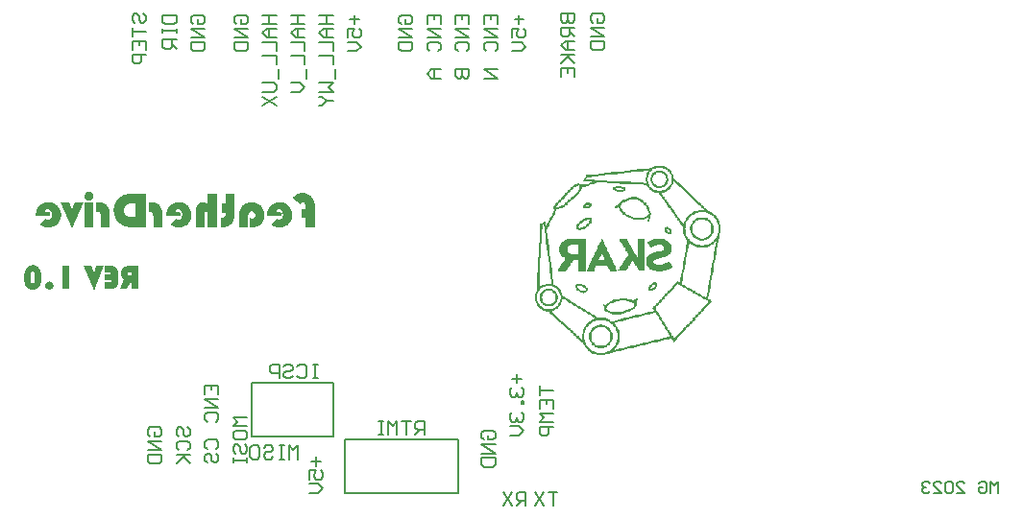
<source format=gbr>
%TF.GenerationSoftware,Altium Limited,Altium Designer,23.4.1 (23)*%
G04 Layer_Color=32896*
%FSLAX43Y43*%
%MOMM*%
%TF.SameCoordinates,F1D85D2B-AD7B-4026-9487-DA5914AD0DFB*%
%TF.FilePolarity,Positive*%
%TF.FileFunction,Legend,Bot*%
%TF.Part,Single*%
G01*
G75*
%TA.AperFunction,NonConductor*%
%ADD128C,0.200*%
G36*
X56783Y30338D02*
X56976D01*
Y30274D01*
X57105D01*
Y30209D01*
X57169D01*
Y30145D01*
X57298D01*
Y30080D01*
X57362D01*
Y30016D01*
X57426D01*
Y29952D01*
X57491D01*
Y29823D01*
X57555D01*
Y29694D01*
X57620D01*
Y29566D01*
X57684D01*
Y29244D01*
X57813D01*
Y29179D01*
X57877D01*
Y29115D01*
X57941D01*
Y29051D01*
X58006D01*
Y28986D01*
X58070D01*
Y28922D01*
X58199D01*
Y28857D01*
X58263D01*
Y28793D01*
X58328D01*
Y28729D01*
X58392D01*
Y28664D01*
X58456D01*
Y28600D01*
X58521D01*
Y28536D01*
X58585D01*
Y28471D01*
X58649D01*
Y28407D01*
X58714D01*
Y28343D01*
X58778D01*
Y28278D01*
X58843D01*
Y28214D01*
X58907D01*
Y28149D01*
X58971D01*
Y28085D01*
X59036D01*
Y28021D01*
X59100D01*
Y27956D01*
X59164D01*
Y27892D01*
X59229D01*
Y27828D01*
X59293D01*
Y27763D01*
X59357D01*
Y27699D01*
X59422D01*
Y27634D01*
X59486D01*
Y27570D01*
X59551D01*
Y27506D01*
X59615D01*
Y27441D01*
X59679D01*
Y27377D01*
X59744D01*
Y27313D01*
X59808D01*
Y27248D01*
X59937D01*
Y27184D01*
X60001D01*
Y27120D01*
X60066D01*
Y27055D01*
X60130D01*
Y26991D01*
X60194D01*
Y26926D01*
X60259D01*
Y26862D01*
X60323D01*
Y26798D01*
X60387D01*
Y26733D01*
X60452D01*
Y26669D01*
X60516D01*
Y26605D01*
X60580D01*
Y26540D01*
X60645D01*
Y26476D01*
X60709D01*
Y26411D01*
X60774D01*
Y26347D01*
X60902D01*
Y26283D01*
X61095D01*
Y26218D01*
X61160D01*
Y26154D01*
X61224D01*
Y26090D01*
X61353D01*
Y26025D01*
X61417D01*
Y25961D01*
X61482D01*
Y25832D01*
X61546D01*
Y25768D01*
X61610D01*
Y25703D01*
X61675D01*
Y25575D01*
X61739D01*
Y25382D01*
X61803D01*
Y25188D01*
X61868D01*
Y24480D01*
X61803D01*
Y24223D01*
X61739D01*
Y23966D01*
X61675D01*
Y23579D01*
X61610D01*
Y23193D01*
X61546D01*
Y22871D01*
X61482D01*
Y22485D01*
X61417D01*
Y22099D01*
X61353D01*
Y21777D01*
X61289D01*
Y21391D01*
X61224D01*
Y21005D01*
X61160D01*
Y20683D01*
X61095D01*
Y20297D01*
X61031D01*
Y19910D01*
X60967D01*
Y19524D01*
X60902D01*
Y19202D01*
X60838D01*
Y18816D01*
X60774D01*
Y18623D01*
X60838D01*
Y18559D01*
X60967D01*
Y18494D01*
X61031D01*
Y18430D01*
X61095D01*
Y18366D01*
X61031D01*
Y18301D01*
X60967D01*
Y18237D01*
X60902D01*
Y18172D01*
X60838D01*
Y18108D01*
X60774D01*
Y18044D01*
X60709D01*
Y17979D01*
X60645D01*
Y17915D01*
X60580D01*
Y17851D01*
X60516D01*
Y17786D01*
X60452D01*
Y17657D01*
X60387D01*
Y17593D01*
X60323D01*
Y17529D01*
X60259D01*
Y17464D01*
X60194D01*
Y17400D01*
X60130D01*
Y17336D01*
X60066D01*
Y17271D01*
X60001D01*
Y17207D01*
X59937D01*
Y17143D01*
X59872D01*
Y17078D01*
X59808D01*
Y17014D01*
X59744D01*
Y16949D01*
X59679D01*
Y16885D01*
X59615D01*
Y16756D01*
X59551D01*
Y16692D01*
X59486D01*
Y16628D01*
X59422D01*
Y16563D01*
X59357D01*
Y16499D01*
X59293D01*
Y16434D01*
X59229D01*
Y16370D01*
X59164D01*
Y16306D01*
X59100D01*
Y16241D01*
X59036D01*
Y16177D01*
X58971D01*
Y16113D01*
X58907D01*
Y16048D01*
X58843D01*
Y15984D01*
X58778D01*
Y15855D01*
X58714D01*
Y15791D01*
X58649D01*
Y15726D01*
X58585D01*
Y15662D01*
X58521D01*
Y15598D01*
X58456D01*
Y15533D01*
X58392D01*
Y15469D01*
X58328D01*
Y15405D01*
X58263D01*
Y15340D01*
X58199D01*
Y15276D01*
X58134D01*
Y15211D01*
X58070D01*
Y15147D01*
X58006D01*
Y15083D01*
X57941D01*
Y14954D01*
X57877D01*
Y14890D01*
X57813D01*
Y14825D01*
X57684D01*
Y14954D01*
X57620D01*
Y15083D01*
X57555D01*
Y15147D01*
X57362D01*
Y15083D01*
X57105D01*
Y15018D01*
X56847D01*
Y14954D01*
X56590D01*
Y14890D01*
X56332D01*
Y14825D01*
X56075D01*
Y14761D01*
X55753D01*
Y14697D01*
X55495D01*
Y14632D01*
X55238D01*
Y14568D01*
X54980D01*
Y14503D01*
X54723D01*
Y14439D01*
X54466D01*
Y14375D01*
X54208D01*
Y14310D01*
X53951D01*
Y14246D01*
X53629D01*
Y14182D01*
X53371D01*
Y14117D01*
X53114D01*
Y14053D01*
X52856D01*
Y13988D01*
X52599D01*
Y13924D01*
X52341D01*
Y13860D01*
X52084D01*
Y13795D01*
X51891D01*
Y13731D01*
X51698D01*
Y13667D01*
X50925D01*
Y13731D01*
X50668D01*
Y13795D01*
X50539D01*
Y13860D01*
X50410D01*
Y13924D01*
X50346D01*
Y13988D01*
X50282D01*
Y14053D01*
X50153D01*
Y14182D01*
X50089D01*
Y14246D01*
X50024D01*
Y14310D01*
X49960D01*
Y14375D01*
X49895D01*
Y14503D01*
X49831D01*
Y14632D01*
X49767D01*
Y14697D01*
X49702D01*
Y14761D01*
X49638D01*
Y14825D01*
X49574D01*
Y14890D01*
X49509D01*
Y14954D01*
X49445D01*
Y15018D01*
X49380D01*
Y15083D01*
X49316D01*
Y15147D01*
X49187D01*
Y15211D01*
X49123D01*
Y15276D01*
X49059D01*
Y15340D01*
X48994D01*
Y15405D01*
X48930D01*
Y15469D01*
X48866D01*
Y15533D01*
X48801D01*
Y15598D01*
X48737D01*
Y15662D01*
X48672D01*
Y15726D01*
X48608D01*
Y15791D01*
X48544D01*
Y15855D01*
X48415D01*
Y15920D01*
X48351D01*
Y15984D01*
X48286D01*
Y16048D01*
X48222D01*
Y16113D01*
X48157D01*
Y16177D01*
X48093D01*
Y16241D01*
X48029D01*
Y16306D01*
X47964D01*
Y16370D01*
X47900D01*
Y16434D01*
X47836D01*
Y16499D01*
X47771D01*
Y16563D01*
X47643D01*
Y16628D01*
X47578D01*
Y16692D01*
X47514D01*
Y16756D01*
X47449D01*
Y16821D01*
X47385D01*
Y16885D01*
X47321D01*
Y16949D01*
X47256D01*
Y17014D01*
X47192D01*
Y17078D01*
X47128D01*
Y17143D01*
X47063D01*
Y17207D01*
X46999D01*
Y17271D01*
X46870D01*
Y17336D01*
X46806D01*
Y17400D01*
X46741D01*
Y17529D01*
X46484D01*
Y17593D01*
X46226D01*
Y17657D01*
X46098D01*
Y17722D01*
X46033D01*
Y17786D01*
X45969D01*
Y17851D01*
X45840D01*
Y17915D01*
X45776D01*
Y18044D01*
X45711D01*
Y18108D01*
X45647D01*
Y18237D01*
X45583D01*
Y18430D01*
X45518D01*
Y19138D01*
X45583D01*
Y19267D01*
X45647D01*
Y19717D01*
X45711D01*
Y19782D01*
Y19846D01*
Y21005D01*
X45776D01*
Y22292D01*
X45840D01*
Y23579D01*
X45905D01*
Y24867D01*
X45969D01*
Y25253D01*
X46033D01*
Y25317D01*
X46162D01*
Y25382D01*
X46291D01*
Y25446D01*
X46484D01*
Y25124D01*
X46548D01*
Y25253D01*
X46613D01*
Y25382D01*
X46677D01*
Y25510D01*
X46741D01*
Y25639D01*
X46806D01*
Y25768D01*
X46870D01*
Y25897D01*
X46934D01*
Y25961D01*
X46999D01*
Y26090D01*
X47063D01*
Y26218D01*
X47128D01*
Y26347D01*
X47192D01*
Y26540D01*
X47128D01*
Y26798D01*
X47192D01*
Y26862D01*
X47256D01*
Y26926D01*
X47321D01*
Y27055D01*
X47385D01*
Y27120D01*
X47449D01*
Y27184D01*
X47514D01*
Y27248D01*
X47578D01*
Y27313D01*
X47643D01*
Y27377D01*
X47707D01*
Y27441D01*
X47771D01*
Y27506D01*
X47836D01*
Y27570D01*
X47900D01*
Y27699D01*
X47964D01*
Y27763D01*
X48029D01*
Y27828D01*
X48093D01*
Y27892D01*
X48157D01*
Y27956D01*
X48222D01*
Y28021D01*
X48286D01*
Y28085D01*
X48351D01*
Y28149D01*
X48415D01*
Y28214D01*
X48479D01*
Y28278D01*
X48544D01*
Y28343D01*
X48608D01*
Y28407D01*
X48672D01*
Y28471D01*
X48737D01*
Y28536D01*
X48801D01*
Y28600D01*
X48866D01*
Y28664D01*
X48994D01*
Y28729D01*
X49123D01*
Y28793D01*
X49252D01*
Y28857D01*
X49445D01*
Y28793D01*
X49574D01*
Y28729D01*
X49960D01*
Y28793D01*
X50217D01*
Y28857D01*
X50346D01*
Y28922D01*
X50539D01*
Y28986D01*
X49831D01*
Y29051D01*
X49767D01*
Y29115D01*
X49831D01*
Y29244D01*
X49895D01*
Y29372D01*
X49960D01*
Y29501D01*
X50024D01*
Y29566D01*
X50539D01*
Y29630D01*
X51118D01*
Y29694D01*
X51633D01*
Y29759D01*
X52213D01*
Y29823D01*
X52792D01*
Y29887D01*
X53371D01*
Y29952D01*
X53886D01*
Y30016D01*
X54466D01*
Y30080D01*
X55045D01*
Y30145D01*
X55624D01*
Y30209D01*
X55882D01*
Y30274D01*
X56010D01*
Y30338D01*
X56139D01*
Y30402D01*
X56783D01*
Y30338D01*
D02*
G37*
G36*
X6640Y19386D02*
X5743Y21562D01*
X6426D01*
X6634Y20918D01*
X6822Y21562D01*
X7528D01*
X6640Y19386D01*
D02*
G37*
G36*
X10559Y19503D02*
X9947D01*
Y21008D01*
X9801D01*
X9765Y21002D01*
X9736Y20995D01*
X9707Y20986D01*
X9688Y20973D01*
X9668Y20960D01*
X9652Y20947D01*
X9642Y20934D01*
X9626Y20908D01*
X9616Y20882D01*
X9613Y20866D01*
Y20863D01*
Y20859D01*
X9616Y20830D01*
X9623Y20804D01*
X9633Y20782D01*
X9642Y20766D01*
X9675Y20733D01*
X9710Y20714D01*
X9749Y20704D01*
X9778Y20698D01*
X9791Y20694D01*
X9856D01*
Y20163D01*
X9561Y19503D01*
X8917D01*
X9270Y20348D01*
X9221Y20390D01*
X9179Y20432D01*
X9144Y20477D01*
X9111Y20523D01*
X9085Y20568D01*
X9063Y20610D01*
X9043Y20652D01*
X9030Y20694D01*
X9017Y20730D01*
X9008Y20766D01*
X9004Y20798D01*
X8998Y20824D01*
Y20847D01*
X8995Y20863D01*
Y20872D01*
Y20876D01*
X8998Y20931D01*
X9004Y20986D01*
X9014Y21038D01*
X9030Y21083D01*
X9046Y21128D01*
X9066Y21170D01*
X9085Y21209D01*
X9105Y21245D01*
X9127Y21274D01*
X9147Y21303D01*
X9166Y21326D01*
X9182Y21345D01*
X9199Y21361D01*
X9208Y21371D01*
X9215Y21378D01*
X9218Y21381D01*
X9257Y21413D01*
X9299Y21442D01*
X9341Y21465D01*
X9390Y21485D01*
X9480Y21517D01*
X9571Y21540D01*
X9613Y21546D01*
X9652Y21553D01*
X9684Y21556D01*
X9717Y21559D01*
X9739Y21562D01*
X10559D01*
Y19503D01*
D02*
G37*
G36*
X8159Y21559D02*
X8214Y21556D01*
X8263Y21546D01*
X8311Y21536D01*
X8353Y21523D01*
X8392Y21510D01*
X8428Y21494D01*
X8460Y21481D01*
X8489Y21465D01*
X8512Y21449D01*
X8535Y21436D01*
X8551Y21423D01*
X8567Y21413D01*
X8577Y21404D01*
X8580Y21400D01*
X8583Y21397D01*
X8612Y21365D01*
X8638Y21332D01*
X8661Y21293D01*
X8680Y21258D01*
X8710Y21180D01*
X8729Y21106D01*
X8742Y21041D01*
X8745Y21012D01*
X8748Y20986D01*
X8752Y20966D01*
Y20950D01*
Y20940D01*
Y20937D01*
Y20134D01*
X8748Y20079D01*
X8745Y20027D01*
X8736Y19975D01*
X8723Y19930D01*
X8710Y19888D01*
X8697Y19849D01*
X8680Y19817D01*
X8661Y19784D01*
X8645Y19755D01*
X8629Y19732D01*
X8616Y19713D01*
X8603Y19694D01*
X8590Y19681D01*
X8580Y19671D01*
X8577Y19668D01*
X8574Y19664D01*
X8538Y19635D01*
X8499Y19613D01*
X8457Y19590D01*
X8415Y19571D01*
X8331Y19541D01*
X8246Y19522D01*
X8208Y19515D01*
X8172Y19512D01*
X8140Y19509D01*
X8110Y19506D01*
X8088Y19503D01*
X7573D01*
Y20092D01*
X8020D01*
X8052Y20095D01*
X8075Y20098D01*
X8094Y20102D01*
X8110Y20105D01*
X8120Y20108D01*
X8123Y20111D01*
X8127D01*
X8136Y20121D01*
X8146Y20134D01*
X8156Y20160D01*
Y20173D01*
X8159Y20186D01*
Y20192D01*
Y20196D01*
Y20215D01*
X8153Y20234D01*
X8143Y20257D01*
X8133Y20273D01*
X8127Y20277D01*
X8114Y20286D01*
X8094Y20293D01*
X8059Y20299D01*
X8039Y20302D01*
X7612D01*
Y20762D01*
X7981D01*
X8010Y20766D01*
X8033Y20769D01*
X8052Y20775D01*
X8068Y20779D01*
X8078Y20782D01*
X8081Y20785D01*
X8085D01*
X8098Y20795D01*
X8104Y20808D01*
X8117Y20834D01*
Y20847D01*
X8120Y20856D01*
Y20863D01*
Y20866D01*
X8117Y20885D01*
X8114Y20902D01*
X8094Y20927D01*
X8072Y20944D01*
X8042Y20957D01*
X8013Y20963D01*
X7987Y20970D01*
X7573D01*
Y21562D01*
X8104D01*
X8159Y21559D01*
D02*
G37*
G36*
X4451Y19503D02*
X3868D01*
Y21562D01*
X4451D01*
Y19503D01*
D02*
G37*
G36*
X2754Y20173D02*
X2803Y20160D01*
X2845Y20144D01*
X2880Y20124D01*
X2909Y20102D01*
X2932Y20085D01*
X2948Y20073D01*
X2952Y20069D01*
X2987Y20027D01*
X3010Y19985D01*
X3029Y19943D01*
X3042Y19904D01*
X3049Y19868D01*
X3052Y19839D01*
X3055Y19820D01*
Y19817D01*
Y19813D01*
X3052Y19758D01*
X3039Y19707D01*
X3023Y19664D01*
X3007Y19629D01*
X2987Y19596D01*
X2974Y19577D01*
X2961Y19561D01*
X2958Y19558D01*
X2919Y19525D01*
X2877Y19503D01*
X2832Y19483D01*
X2793Y19473D01*
X2757Y19467D01*
X2728Y19464D01*
X2709Y19460D01*
X2702D01*
X2647Y19464D01*
X2599Y19477D01*
X2556Y19493D01*
X2518Y19512D01*
X2488Y19528D01*
X2466Y19545D01*
X2450Y19558D01*
X2446Y19561D01*
X2411Y19603D01*
X2385Y19645D01*
X2365Y19687D01*
X2352Y19726D01*
X2346Y19762D01*
X2339Y19788D01*
Y19807D01*
Y19813D01*
X2343Y19865D01*
X2356Y19914D01*
X2372Y19956D01*
X2391Y19995D01*
X2414Y20024D01*
X2430Y20047D01*
X2443Y20063D01*
X2446Y20066D01*
X2488Y20102D01*
X2531Y20131D01*
X2573Y20150D01*
X2615Y20163D01*
X2650Y20170D01*
X2676Y20176D01*
X2702D01*
X2754Y20173D01*
D02*
G37*
G36*
X1300Y21611D02*
X1358Y21604D01*
X1413Y21591D01*
X1465Y21578D01*
X1514Y21562D01*
X1559Y21543D01*
X1598Y21520D01*
X1633Y21501D01*
X1666Y21478D01*
X1695Y21455D01*
X1721Y21436D01*
X1740Y21420D01*
X1757Y21407D01*
X1766Y21394D01*
X1773Y21387D01*
X1776Y21384D01*
X1812Y21339D01*
X1841Y21290D01*
X1867Y21242D01*
X1889Y21190D01*
X1906Y21138D01*
X1922Y21083D01*
X1944Y20983D01*
X1954Y20937D01*
X1961Y20895D01*
X1964Y20856D01*
X1967Y20821D01*
X1970Y20795D01*
Y20772D01*
Y20759D01*
Y20756D01*
Y20306D01*
X1967Y20234D01*
X1961Y20166D01*
X1951Y20102D01*
X1941Y20040D01*
X1925Y19985D01*
X1909Y19933D01*
X1893Y19888D01*
X1873Y19846D01*
X1854Y19807D01*
X1837Y19775D01*
X1821Y19745D01*
X1805Y19723D01*
X1795Y19703D01*
X1786Y19690D01*
X1779Y19684D01*
X1776Y19681D01*
X1737Y19642D01*
X1695Y19606D01*
X1653Y19574D01*
X1608Y19548D01*
X1562Y19525D01*
X1520Y19506D01*
X1475Y19493D01*
X1433Y19480D01*
X1394Y19470D01*
X1355Y19464D01*
X1323Y19457D01*
X1293Y19454D01*
X1271Y19451D01*
X1238D01*
X1177Y19454D01*
X1119Y19460D01*
X1064Y19473D01*
X1012Y19486D01*
X963Y19503D01*
X918Y19522D01*
X879Y19545D01*
X843Y19567D01*
X811Y19587D01*
X782Y19609D01*
X756Y19629D01*
X736Y19645D01*
X720Y19658D01*
X711Y19671D01*
X704Y19677D01*
X701Y19681D01*
X665Y19726D01*
X636Y19775D01*
X607Y19823D01*
X584Y19875D01*
X565Y19927D01*
X549Y19979D01*
X526Y20079D01*
X516Y20124D01*
X510Y20170D01*
X506Y20209D01*
X503Y20241D01*
X500Y20267D01*
Y20289D01*
Y20302D01*
Y20306D01*
Y20756D01*
X503Y20827D01*
X510Y20898D01*
X519Y20963D01*
X532Y21021D01*
X545Y21080D01*
X565Y21128D01*
X581Y21177D01*
X600Y21219D01*
X620Y21258D01*
X636Y21290D01*
X655Y21319D01*
X668Y21342D01*
X681Y21361D01*
X691Y21374D01*
X698Y21381D01*
X701Y21384D01*
X740Y21426D01*
X782Y21459D01*
X824Y21491D01*
X869Y21517D01*
X911Y21540D01*
X957Y21559D01*
X1002Y21572D01*
X1044Y21585D01*
X1083Y21595D01*
X1122Y21601D01*
X1154Y21608D01*
X1183Y21611D01*
X1206Y21614D01*
X1238D01*
X1300Y21611D01*
D02*
G37*
G36*
X6262Y28092D02*
X6318Y28078D01*
X6364Y28060D01*
X6406Y28041D01*
X6443Y28018D01*
X6466Y27999D01*
X6484Y27986D01*
X6489Y27981D01*
X6526Y27935D01*
X6554Y27888D01*
X6577Y27842D01*
X6591Y27800D01*
X6600Y27763D01*
X6605Y27736D01*
Y27717D01*
Y27708D01*
X6600Y27648D01*
X6586Y27592D01*
X6568Y27546D01*
X6549Y27504D01*
X6531Y27472D01*
X6512Y27449D01*
X6498Y27435D01*
X6493Y27430D01*
X6447Y27393D01*
X6401Y27370D01*
X6350Y27352D01*
X6304Y27338D01*
X6262Y27328D01*
X6230Y27324D01*
X6202D01*
X6137Y27328D01*
X6082Y27342D01*
X6031Y27356D01*
X5989Y27379D01*
X5957Y27398D01*
X5929Y27412D01*
X5915Y27426D01*
X5910Y27430D01*
X5873Y27472D01*
X5846Y27518D01*
X5822Y27564D01*
X5809Y27611D01*
X5799Y27648D01*
X5795Y27680D01*
Y27699D01*
Y27708D01*
X5799Y27763D01*
X5813Y27819D01*
X5832Y27865D01*
X5855Y27902D01*
X5878Y27935D01*
X5896Y27962D01*
X5910Y27976D01*
X5915Y27981D01*
X5961Y28018D01*
X6012Y28046D01*
X6058Y28069D01*
X6105Y28083D01*
X6142Y28092D01*
X6174Y28097D01*
X6202D01*
X6262Y28092D01*
D02*
G37*
G36*
X17475Y24987D02*
X16666D01*
Y26153D01*
Y26190D01*
X16661Y26222D01*
X16647Y26269D01*
X16624Y26306D01*
X16601Y26333D01*
X16578Y26347D01*
X16554Y26352D01*
X16541Y26357D01*
X16508D01*
X16485Y26347D01*
X16453Y26333D01*
X16434Y26315D01*
X16430Y26310D01*
Y26306D01*
X16420Y26282D01*
X16411Y26259D01*
X16402Y26195D01*
X16397Y26167D01*
Y26144D01*
Y26125D01*
Y26121D01*
Y24987D01*
X15587D01*
Y26347D01*
X15597Y26481D01*
X15615Y26602D01*
X15647Y26708D01*
X15680Y26792D01*
X15698Y26829D01*
X15712Y26861D01*
X15731Y26889D01*
X15745Y26912D01*
X15754Y26930D01*
X15763Y26944D01*
X15772Y26949D01*
Y26954D01*
X15809Y26995D01*
X15846Y27028D01*
X15883Y27060D01*
X15925Y27083D01*
X16004Y27125D01*
X16082Y27153D01*
X16152Y27166D01*
X16180Y27176D01*
X16207D01*
X16231Y27180D01*
X16258D01*
X16332Y27176D01*
X16406Y27157D01*
X16476Y27134D01*
X16536Y27106D01*
X16592Y27074D01*
X16629Y27051D01*
X16656Y27032D01*
X16661Y27028D01*
X16666D01*
Y27930D01*
X17475D01*
Y24987D01*
D02*
G37*
G36*
X4716Y24903D02*
X3712Y27134D01*
X4457D01*
X4707Y26551D01*
X4939Y27134D01*
X5702D01*
X4716Y24903D01*
D02*
G37*
G36*
X20636Y27176D02*
X20715Y27166D01*
X20794Y27148D01*
X20868Y27129D01*
X20942Y27106D01*
X21007Y27078D01*
X21067Y27046D01*
X21122Y27018D01*
X21173Y26986D01*
X21215Y26954D01*
X21252Y26926D01*
X21284Y26903D01*
X21312Y26884D01*
X21330Y26866D01*
X21340Y26856D01*
X21344Y26852D01*
X21400Y26792D01*
X21451Y26727D01*
X21492Y26657D01*
X21529Y26593D01*
X21562Y26523D01*
X21590Y26458D01*
X21613Y26394D01*
X21627Y26333D01*
X21641Y26278D01*
X21650Y26227D01*
X21659Y26181D01*
X21664Y26139D01*
X21668Y26107D01*
Y26083D01*
Y26065D01*
Y26060D01*
X21664Y25972D01*
X21654Y25889D01*
X21641Y25806D01*
X21617Y25732D01*
X21594Y25662D01*
X21566Y25598D01*
X21539Y25533D01*
X21506Y25482D01*
X21479Y25431D01*
X21451Y25385D01*
X21423Y25348D01*
X21400Y25315D01*
X21377Y25292D01*
X21363Y25274D01*
X21354Y25264D01*
X21349Y25260D01*
X21284Y25204D01*
X21219Y25153D01*
X21155Y25112D01*
X21085Y25075D01*
X21016Y25042D01*
X20951Y25019D01*
X20886Y24996D01*
X20821Y24982D01*
X20766Y24968D01*
X20710Y24959D01*
X20659Y24950D01*
X20618Y24945D01*
X20585Y24940D01*
X20539D01*
X20474Y24945D01*
X20414Y24950D01*
X20391Y24954D01*
X20372D01*
X20359Y24959D01*
X20354D01*
Y25792D01*
X20391Y25773D01*
X20423Y25760D01*
X20488Y25746D01*
X20516Y25741D01*
X20534Y25736D01*
X20553D01*
X20599Y25741D01*
X20641Y25750D01*
X20678Y25764D01*
X20706Y25778D01*
X20733Y25792D01*
X20752Y25806D01*
X20761Y25815D01*
X20766Y25820D01*
X20794Y25857D01*
X20812Y25894D01*
X20831Y25931D01*
X20840Y25963D01*
X20845Y25996D01*
X20849Y26019D01*
Y26037D01*
Y26042D01*
X20845Y26088D01*
X20835Y26130D01*
X20821Y26167D01*
X20803Y26199D01*
X20789Y26222D01*
X20775Y26241D01*
X20766Y26255D01*
X20761Y26259D01*
X20724Y26292D01*
X20687Y26315D01*
X20650Y26333D01*
X20613Y26343D01*
X20585Y26352D01*
X20562Y26357D01*
X20539D01*
X20488Y26352D01*
X20447Y26338D01*
X20410Y26324D01*
X20377Y26306D01*
X20349Y26282D01*
X20331Y26269D01*
X20322Y26255D01*
X20317Y26250D01*
X20289Y26208D01*
X20271Y26167D01*
X20252Y26121D01*
X20243Y26079D01*
X20238Y26042D01*
X20234Y26009D01*
Y25991D01*
Y25982D01*
Y24987D01*
X19424D01*
Y26037D01*
X19428Y26134D01*
X19438Y26222D01*
X19452Y26310D01*
X19470Y26389D01*
X19493Y26463D01*
X19521Y26532D01*
X19544Y26597D01*
X19572Y26653D01*
X19604Y26704D01*
X19627Y26745D01*
X19655Y26782D01*
X19678Y26815D01*
X19697Y26838D01*
X19711Y26856D01*
X19720Y26866D01*
X19725Y26870D01*
X19785Y26926D01*
X19845Y26972D01*
X19914Y27014D01*
X19979Y27051D01*
X20049Y27078D01*
X20118Y27106D01*
X20248Y27143D01*
X20312Y27153D01*
X20368Y27162D01*
X20419Y27171D01*
X20460Y27176D01*
X20497Y27180D01*
X20548D01*
X20636Y27176D01*
D02*
G37*
G36*
X23071Y27180D02*
X23154Y27171D01*
X23233Y27153D01*
X23311Y27134D01*
X23381Y27111D01*
X23445Y27083D01*
X23510Y27051D01*
X23566Y27023D01*
X23612Y26991D01*
X23658Y26958D01*
X23695Y26930D01*
X23728Y26907D01*
X23755Y26889D01*
X23774Y26870D01*
X23783Y26861D01*
X23788Y26856D01*
X23843Y26796D01*
X23894Y26731D01*
X23941Y26662D01*
X23978Y26597D01*
X24010Y26528D01*
X24038Y26463D01*
X24056Y26398D01*
X24075Y26338D01*
X24089Y26278D01*
X24098Y26227D01*
X24107Y26181D01*
X24112Y26139D01*
X24116Y26107D01*
Y26083D01*
Y26065D01*
Y26060D01*
X24112Y25972D01*
X24103Y25889D01*
X24089Y25810D01*
X24066Y25736D01*
X24042Y25662D01*
X24015Y25598D01*
X23982Y25537D01*
X23954Y25482D01*
X23922Y25436D01*
X23894Y25389D01*
X23867Y25352D01*
X23843Y25320D01*
X23820Y25297D01*
X23806Y25278D01*
X23797Y25269D01*
X23792Y25264D01*
X23728Y25209D01*
X23663Y25158D01*
X23598Y25116D01*
X23529Y25079D01*
X23464Y25047D01*
X23395Y25024D01*
X23330Y25001D01*
X23270Y24987D01*
X23209Y24973D01*
X23158Y24964D01*
X23108Y24954D01*
X23066Y24950D01*
X23034Y24945D01*
X22987D01*
X22913Y24950D01*
X22844Y24954D01*
X22710Y24982D01*
X22589Y25024D01*
X22483Y25070D01*
X22437Y25093D01*
X22395Y25116D01*
X22362Y25139D01*
X22330Y25158D01*
X22307Y25172D01*
X22288Y25186D01*
X22279Y25190D01*
X22275Y25195D01*
X22733Y25746D01*
X22774Y25709D01*
X22816Y25681D01*
X22858Y25658D01*
X22895Y25644D01*
X22922Y25635D01*
X22950Y25630D01*
X22969D01*
X23020Y25635D01*
X23071Y25648D01*
X23108Y25672D01*
X23145Y25695D01*
X23172Y25713D01*
X23191Y25736D01*
X23205Y25750D01*
X23209Y25755D01*
X23237Y25806D01*
X23260Y25861D01*
X23274Y25922D01*
X23288Y25977D01*
X23293Y26023D01*
X23297Y26060D01*
Y26088D01*
Y26097D01*
X23293Y26167D01*
X23283Y26232D01*
X23270Y26287D01*
X23251Y26338D01*
X23233Y26375D01*
X23219Y26403D01*
X23209Y26421D01*
X23205Y26426D01*
X23168Y26468D01*
X23126Y26500D01*
X23084Y26523D01*
X23047Y26542D01*
X23010Y26551D01*
X22983Y26556D01*
X22959D01*
X22918Y26551D01*
X22881Y26546D01*
X22821Y26519D01*
X22774Y26477D01*
X22737Y26435D01*
X22714Y26389D01*
X22696Y26347D01*
X22686Y26320D01*
Y26315D01*
Y26310D01*
X23098D01*
X23121Y26232D01*
X23126Y26195D01*
X23131Y26162D01*
X23135Y26139D01*
Y26116D01*
Y26102D01*
Y26097D01*
X23131Y26037D01*
X23121Y25986D01*
X23117Y25963D01*
X23112Y25945D01*
X23108Y25935D01*
Y25931D01*
X21886D01*
X21881Y25968D01*
Y25996D01*
X21877Y26023D01*
Y26042D01*
Y26060D01*
Y26070D01*
Y26079D01*
X21881Y26167D01*
X21890Y26245D01*
X21904Y26324D01*
X21927Y26398D01*
X21951Y26468D01*
X21978Y26532D01*
X22006Y26593D01*
X22034Y26648D01*
X22066Y26699D01*
X22094Y26741D01*
X22122Y26778D01*
X22145Y26810D01*
X22168Y26833D01*
X22182Y26852D01*
X22191Y26861D01*
X22196Y26866D01*
X22256Y26921D01*
X22321Y26972D01*
X22386Y27014D01*
X22455Y27051D01*
X22520Y27083D01*
X22585Y27106D01*
X22649Y27129D01*
X22710Y27143D01*
X22765Y27157D01*
X22816Y27166D01*
X22862Y27176D01*
X22904Y27180D01*
X22936Y27185D01*
X22983D01*
X23071Y27180D01*
D02*
G37*
G36*
X14190D02*
X14273Y27171D01*
X14352Y27153D01*
X14430Y27134D01*
X14500Y27111D01*
X14564Y27083D01*
X14629Y27051D01*
X14685Y27023D01*
X14731Y26991D01*
X14777Y26958D01*
X14814Y26930D01*
X14847Y26907D01*
X14875Y26889D01*
X14893Y26870D01*
X14902Y26861D01*
X14907Y26856D01*
X14962Y26796D01*
X15013Y26731D01*
X15060Y26662D01*
X15097Y26597D01*
X15129Y26528D01*
X15157Y26463D01*
X15175Y26398D01*
X15194Y26338D01*
X15208Y26278D01*
X15217Y26227D01*
X15226Y26181D01*
X15231Y26139D01*
X15236Y26107D01*
Y26083D01*
Y26065D01*
Y26060D01*
X15231Y25972D01*
X15222Y25889D01*
X15208Y25810D01*
X15185Y25736D01*
X15161Y25662D01*
X15134Y25598D01*
X15101Y25537D01*
X15074Y25482D01*
X15041Y25436D01*
X15013Y25389D01*
X14986Y25352D01*
X14962Y25320D01*
X14939Y25297D01*
X14925Y25278D01*
X14916Y25269D01*
X14912Y25264D01*
X14847Y25209D01*
X14782Y25158D01*
X14717Y25116D01*
X14648Y25079D01*
X14583Y25047D01*
X14514Y25024D01*
X14449Y25001D01*
X14389Y24987D01*
X14328Y24973D01*
X14278Y24964D01*
X14227Y24954D01*
X14185Y24950D01*
X14153Y24945D01*
X14106D01*
X14032Y24950D01*
X13963Y24954D01*
X13829Y24982D01*
X13708Y25024D01*
X13602Y25070D01*
X13556Y25093D01*
X13514Y25116D01*
X13482Y25139D01*
X13449Y25158D01*
X13426Y25172D01*
X13408Y25186D01*
X13398Y25190D01*
X13394Y25195D01*
X13852Y25746D01*
X13893Y25709D01*
X13935Y25681D01*
X13977Y25658D01*
X14014Y25644D01*
X14042Y25635D01*
X14069Y25630D01*
X14088D01*
X14139Y25635D01*
X14190Y25648D01*
X14227Y25672D01*
X14264Y25695D01*
X14291Y25713D01*
X14310Y25736D01*
X14324Y25750D01*
X14328Y25755D01*
X14356Y25806D01*
X14379Y25861D01*
X14393Y25922D01*
X14407Y25977D01*
X14412Y26023D01*
X14416Y26060D01*
Y26088D01*
Y26097D01*
X14412Y26167D01*
X14403Y26232D01*
X14389Y26287D01*
X14370Y26338D01*
X14352Y26375D01*
X14338Y26403D01*
X14328Y26421D01*
X14324Y26426D01*
X14287Y26468D01*
X14245Y26500D01*
X14204Y26523D01*
X14167Y26542D01*
X14129Y26551D01*
X14102Y26556D01*
X14079D01*
X14037Y26551D01*
X14000Y26546D01*
X13940Y26519D01*
X13893Y26477D01*
X13856Y26435D01*
X13833Y26389D01*
X13815Y26347D01*
X13806Y26320D01*
Y26315D01*
Y26310D01*
X14217D01*
X14241Y26232D01*
X14245Y26195D01*
X14250Y26162D01*
X14254Y26139D01*
Y26116D01*
Y26102D01*
Y26097D01*
X14250Y26037D01*
X14241Y25986D01*
X14236Y25963D01*
X14231Y25945D01*
X14227Y25935D01*
Y25931D01*
X13005D01*
X13000Y25968D01*
Y25996D01*
X12996Y26023D01*
Y26042D01*
Y26060D01*
Y26070D01*
Y26079D01*
X13000Y26167D01*
X13010Y26245D01*
X13023Y26324D01*
X13047Y26398D01*
X13070Y26468D01*
X13097Y26532D01*
X13125Y26593D01*
X13153Y26648D01*
X13185Y26699D01*
X13213Y26741D01*
X13241Y26778D01*
X13264Y26810D01*
X13287Y26833D01*
X13301Y26852D01*
X13310Y26861D01*
X13315Y26866D01*
X13375Y26921D01*
X13440Y26972D01*
X13505Y27014D01*
X13574Y27051D01*
X13639Y27083D01*
X13704Y27106D01*
X13769Y27129D01*
X13829Y27143D01*
X13884Y27157D01*
X13935Y27166D01*
X13981Y27176D01*
X14023Y27180D01*
X14055Y27185D01*
X14102D01*
X14190Y27180D01*
D02*
G37*
G36*
X2694D02*
X2777Y27171D01*
X2856Y27153D01*
X2935Y27134D01*
X3004Y27111D01*
X3069Y27083D01*
X3134Y27051D01*
X3189Y27023D01*
X3235Y26991D01*
X3282Y26958D01*
X3319Y26930D01*
X3351Y26907D01*
X3379Y26889D01*
X3397Y26870D01*
X3407Y26861D01*
X3411Y26856D01*
X3467Y26796D01*
X3518Y26731D01*
X3564Y26662D01*
X3601Y26597D01*
X3633Y26528D01*
X3661Y26463D01*
X3680Y26398D01*
X3698Y26338D01*
X3712Y26278D01*
X3721Y26227D01*
X3731Y26181D01*
X3735Y26139D01*
X3740Y26107D01*
Y26083D01*
Y26065D01*
Y26060D01*
X3735Y25972D01*
X3726Y25889D01*
X3712Y25810D01*
X3689Y25736D01*
X3666Y25662D01*
X3638Y25598D01*
X3606Y25537D01*
X3578Y25482D01*
X3546Y25436D01*
X3518Y25389D01*
X3490Y25352D01*
X3467Y25320D01*
X3444Y25297D01*
X3430Y25278D01*
X3421Y25269D01*
X3416Y25264D01*
X3351Y25209D01*
X3286Y25158D01*
X3222Y25116D01*
X3152Y25079D01*
X3087Y25047D01*
X3018Y25024D01*
X2953Y25001D01*
X2893Y24987D01*
X2833Y24973D01*
X2782Y24964D01*
X2731Y24954D01*
X2689Y24950D01*
X2657Y24945D01*
X2611D01*
X2537Y24950D01*
X2467Y24954D01*
X2333Y24982D01*
X2213Y25024D01*
X2106Y25070D01*
X2060Y25093D01*
X2018Y25116D01*
X1986Y25139D01*
X1954Y25158D01*
X1930Y25172D01*
X1912Y25186D01*
X1903Y25190D01*
X1898Y25195D01*
X2356Y25746D01*
X2398Y25709D01*
X2439Y25681D01*
X2481Y25658D01*
X2518Y25644D01*
X2546Y25635D01*
X2574Y25630D01*
X2592D01*
X2643Y25635D01*
X2694Y25648D01*
X2731Y25672D01*
X2768Y25695D01*
X2796Y25713D01*
X2814Y25736D01*
X2828Y25750D01*
X2833Y25755D01*
X2861Y25806D01*
X2884Y25861D01*
X2898Y25922D01*
X2911Y25977D01*
X2916Y26023D01*
X2921Y26060D01*
Y26088D01*
Y26097D01*
X2916Y26167D01*
X2907Y26232D01*
X2893Y26287D01*
X2874Y26338D01*
X2856Y26375D01*
X2842Y26403D01*
X2833Y26421D01*
X2828Y26426D01*
X2791Y26468D01*
X2750Y26500D01*
X2708Y26523D01*
X2671Y26542D01*
X2634Y26551D01*
X2606Y26556D01*
X2583D01*
X2541Y26551D01*
X2504Y26546D01*
X2444Y26519D01*
X2398Y26477D01*
X2361Y26435D01*
X2338Y26389D01*
X2319Y26347D01*
X2310Y26320D01*
Y26315D01*
Y26310D01*
X2722D01*
X2745Y26232D01*
X2750Y26195D01*
X2754Y26162D01*
X2759Y26139D01*
Y26116D01*
Y26102D01*
Y26097D01*
X2754Y26037D01*
X2745Y25986D01*
X2740Y25963D01*
X2736Y25945D01*
X2731Y25935D01*
Y25931D01*
X1509D01*
X1505Y25968D01*
Y25996D01*
X1500Y26023D01*
Y26042D01*
Y26060D01*
Y26070D01*
Y26079D01*
X1505Y26167D01*
X1514Y26245D01*
X1528Y26324D01*
X1551Y26398D01*
X1574Y26468D01*
X1602Y26532D01*
X1630Y26593D01*
X1657Y26648D01*
X1690Y26699D01*
X1718Y26741D01*
X1745Y26778D01*
X1768Y26810D01*
X1792Y26833D01*
X1805Y26852D01*
X1815Y26861D01*
X1819Y26866D01*
X1879Y26921D01*
X1944Y26972D01*
X2009Y27014D01*
X2078Y27051D01*
X2143Y27083D01*
X2208Y27106D01*
X2273Y27129D01*
X2333Y27143D01*
X2389Y27157D01*
X2439Y27166D01*
X2486Y27176D01*
X2527Y27180D01*
X2560Y27185D01*
X2606D01*
X2694Y27180D01*
D02*
G37*
G36*
X25093Y27999D02*
X25176Y27990D01*
X25260Y27972D01*
X25334Y27953D01*
X25403Y27925D01*
X25468Y27898D01*
X25533Y27865D01*
X25583Y27837D01*
X25634Y27805D01*
X25681Y27773D01*
X25718Y27745D01*
X25750Y27717D01*
X25773Y27699D01*
X25792Y27680D01*
X25801Y27671D01*
X25806Y27666D01*
X25861Y27601D01*
X25907Y27532D01*
X25949Y27463D01*
X25986Y27389D01*
X26019Y27319D01*
X26042Y27245D01*
X26079Y27111D01*
X26093Y27051D01*
X26102Y26991D01*
X26111Y26940D01*
X26116Y26898D01*
X26120Y26861D01*
Y26833D01*
Y26815D01*
Y26810D01*
Y24987D01*
X25246D01*
Y25755D01*
X24954D01*
Y26546D01*
X25246D01*
Y26907D01*
X25241Y26958D01*
X25236Y27000D01*
X25227Y27037D01*
X25213Y27069D01*
X25199Y27097D01*
X25181Y27120D01*
X25144Y27153D01*
X25111Y27176D01*
X25079Y27185D01*
X25056Y27190D01*
X25047D01*
X24991Y27180D01*
X24949Y27162D01*
X24912Y27134D01*
X24880Y27106D01*
X24857Y27074D01*
X24843Y27046D01*
X24834Y27028D01*
X24829Y27018D01*
X24112Y27541D01*
X24181Y27625D01*
X24255Y27694D01*
X24329Y27754D01*
X24403Y27810D01*
X24477Y27856D01*
X24551Y27893D01*
X24626Y27921D01*
X24695Y27949D01*
X24760Y27967D01*
X24815Y27981D01*
X24871Y27990D01*
X24917Y27995D01*
X24954Y27999D01*
X24982Y28004D01*
X25005D01*
X25093Y27999D01*
D02*
G37*
G36*
X11816Y27176D02*
X11885Y27166D01*
X11954Y27153D01*
X12019Y27139D01*
X12079Y27116D01*
X12135Y27092D01*
X12186Y27069D01*
X12232Y27041D01*
X12274Y27014D01*
X12311Y26991D01*
X12338Y26967D01*
X12366Y26944D01*
X12385Y26930D01*
X12399Y26917D01*
X12408Y26907D01*
X12413Y26903D01*
X12459Y26847D01*
X12496Y26792D01*
X12528Y26731D01*
X12561Y26671D01*
X12607Y26546D01*
X12635Y26426D01*
X12644Y26370D01*
X12653Y26320D01*
X12658Y26273D01*
X12662Y26236D01*
X12667Y26204D01*
Y26176D01*
Y26162D01*
Y26158D01*
Y24987D01*
X11857D01*
Y26005D01*
X11853Y26065D01*
X11848Y26116D01*
X11839Y26162D01*
X11825Y26199D01*
X11806Y26232D01*
X11788Y26259D01*
X11769Y26282D01*
X11746Y26301D01*
X11709Y26324D01*
X11672Y26338D01*
X11649Y26343D01*
X11617D01*
X11589Y26333D01*
X11538Y26320D01*
X11519Y26310D01*
X11501Y26301D01*
X11492Y26296D01*
X11487Y26292D01*
Y27153D01*
X11542Y27162D01*
X11589Y27171D01*
X11635Y27176D01*
X11667D01*
X11700Y27180D01*
X11737D01*
X11816Y27176D01*
D02*
G37*
G36*
X11191Y24987D02*
X10316D01*
Y27083D01*
X10020D01*
X9886Y27078D01*
X9770Y27055D01*
X9673Y27028D01*
X9585Y26991D01*
X9515Y26944D01*
X9455Y26893D01*
X9404Y26838D01*
X9363Y26782D01*
X9335Y26727D01*
X9312Y26671D01*
X9293Y26620D01*
X9279Y26574D01*
X9275Y26537D01*
X9270Y26509D01*
Y26486D01*
Y26481D01*
X9279Y26370D01*
X9303Y26269D01*
X9340Y26185D01*
X9391Y26111D01*
X9446Y26051D01*
X9511Y26000D01*
X9580Y25959D01*
X9650Y25922D01*
X9724Y25898D01*
X9793Y25875D01*
X9858Y25861D01*
X9913Y25852D01*
X9964Y25847D01*
X10001Y25843D01*
X10173D01*
Y24982D01*
X10108Y24977D01*
X10057Y24973D01*
X10011D01*
X9974Y24968D01*
X9913D01*
X9789Y24973D01*
X9673Y24987D01*
X9562Y25005D01*
X9455Y25033D01*
X9358Y25065D01*
X9266Y25102D01*
X9182Y25139D01*
X9108Y25181D01*
X9039Y25218D01*
X8979Y25255D01*
X8928Y25292D01*
X8886Y25325D01*
X8854Y25352D01*
X8826Y25371D01*
X8812Y25385D01*
X8807Y25389D01*
X8729Y25473D01*
X8664Y25556D01*
X8604Y25648D01*
X8558Y25736D01*
X8516Y25829D01*
X8479Y25922D01*
X8451Y26009D01*
X8428Y26093D01*
X8409Y26171D01*
X8396Y26245D01*
X8386Y26315D01*
X8377Y26370D01*
Y26417D01*
X8372Y26454D01*
Y26472D01*
Y26481D01*
X8377Y26611D01*
X8396Y26731D01*
X8419Y26842D01*
X8451Y26949D01*
X8488Y27046D01*
X8530Y27139D01*
X8576Y27222D01*
X8622Y27296D01*
X8673Y27365D01*
X8715Y27421D01*
X8761Y27472D01*
X8798Y27514D01*
X8831Y27546D01*
X8854Y27569D01*
X8872Y27583D01*
X8877Y27588D01*
X8960Y27648D01*
X9048Y27699D01*
X9145Y27745D01*
X9238Y27787D01*
X9340Y27819D01*
X9437Y27847D01*
X9529Y27870D01*
X9622Y27888D01*
X9710Y27902D01*
X9793Y27912D01*
X9867Y27921D01*
X9927Y27925D01*
X9978Y27930D01*
X11191D01*
Y24987D01*
D02*
G37*
G36*
X7169Y27176D02*
X7239Y27166D01*
X7308Y27153D01*
X7373Y27139D01*
X7433Y27116D01*
X7488Y27092D01*
X7539Y27069D01*
X7586Y27041D01*
X7627Y27014D01*
X7664Y26991D01*
X7692Y26967D01*
X7720Y26944D01*
X7738Y26930D01*
X7752Y26917D01*
X7762Y26907D01*
X7766Y26903D01*
X7812Y26847D01*
X7849Y26792D01*
X7882Y26731D01*
X7914Y26671D01*
X7961Y26546D01*
X7988Y26426D01*
X7998Y26370D01*
X8007Y26320D01*
X8011Y26273D01*
X8016Y26236D01*
X8021Y26204D01*
Y26176D01*
Y26162D01*
Y26158D01*
Y24987D01*
X7211D01*
Y26005D01*
X7206Y26065D01*
X7202Y26116D01*
X7192Y26162D01*
X7178Y26199D01*
X7160Y26232D01*
X7141Y26259D01*
X7123Y26282D01*
X7100Y26301D01*
X7063Y26324D01*
X7026Y26338D01*
X7003Y26343D01*
X6970D01*
X6942Y26333D01*
X6891Y26320D01*
X6873Y26310D01*
X6854Y26301D01*
X6845Y26296D01*
X6841Y26292D01*
Y27153D01*
X6896Y27162D01*
X6942Y27171D01*
X6989Y27176D01*
X7021D01*
X7053Y27180D01*
X7090D01*
X7169Y27176D01*
D02*
G37*
G36*
X6605Y24987D02*
X5795D01*
Y27134D01*
X6605D01*
Y24987D01*
D02*
G37*
G36*
X19040Y26162D02*
X19030Y26000D01*
X19021Y25926D01*
X19012Y25852D01*
X18998Y25787D01*
X18984Y25727D01*
X18966Y25672D01*
X18947Y25621D01*
X18933Y25579D01*
X18915Y25537D01*
X18901Y25505D01*
X18887Y25477D01*
X18878Y25454D01*
X18868Y25440D01*
X18859Y25431D01*
Y25426D01*
X18799Y25348D01*
X18734Y25278D01*
X18669Y25218D01*
X18609Y25172D01*
X18554Y25130D01*
X18512Y25102D01*
X18494Y25093D01*
X18480Y25084D01*
X18475Y25079D01*
X18470D01*
X18378Y25038D01*
X18285Y25005D01*
X18197Y24987D01*
X18119Y24968D01*
X18049Y24959D01*
X18022D01*
X17998Y24954D01*
X17924D01*
X17897Y24959D01*
X17860D01*
Y25801D01*
X17934Y25806D01*
X17994Y25815D01*
X18045Y25834D01*
X18086Y25852D01*
X18114Y25866D01*
X18137Y25884D01*
X18146Y25894D01*
X18151Y25898D01*
X18179Y25940D01*
X18197Y25996D01*
X18211Y26056D01*
X18221Y26111D01*
X18225Y26167D01*
X18230Y26213D01*
Y26232D01*
Y26245D01*
Y26250D01*
Y26255D01*
X17873D01*
Y27106D01*
X18230D01*
Y27930D01*
X19040D01*
Y26162D01*
D02*
G37*
%LPC*%
G36*
X55495Y29952D02*
X55045D01*
Y29887D01*
X54466D01*
Y29823D01*
X53951D01*
Y29759D01*
X53371D01*
Y29694D01*
X52792D01*
Y29630D01*
X52213D01*
Y29566D01*
X51698D01*
Y29501D01*
X51118D01*
Y29437D01*
X50539D01*
Y29372D01*
X50089D01*
Y29244D01*
X50024D01*
Y29179D01*
X50797D01*
Y29115D01*
X51891D01*
Y29051D01*
X52985D01*
Y28986D01*
X54015D01*
Y28922D01*
X55109D01*
Y28857D01*
X55302D01*
Y29051D01*
X55238D01*
Y29372D01*
X55302D01*
Y29630D01*
X55367D01*
Y29759D01*
X55431D01*
Y29887D01*
X55495D01*
Y29952D01*
D02*
G37*
G36*
X56783Y30209D02*
X56203D01*
Y30145D01*
X56010D01*
Y30080D01*
X55882D01*
Y30016D01*
X55817D01*
Y29952D01*
X55753D01*
Y29887D01*
X55689D01*
Y29823D01*
X55624D01*
Y29694D01*
X55560D01*
Y29566D01*
X55495D01*
Y29372D01*
X55431D01*
Y29051D01*
X55495D01*
Y28793D01*
X55560D01*
Y28664D01*
X55624D01*
Y28536D01*
X55689D01*
Y28471D01*
X55753D01*
Y28407D01*
X55817D01*
Y28343D01*
X55946D01*
Y28278D01*
X56075D01*
Y28214D01*
X56268D01*
Y28149D01*
X56718D01*
Y28214D01*
X56911D01*
Y28278D01*
X57040D01*
Y28343D01*
X57105D01*
Y28407D01*
X57233D01*
Y28471D01*
X57298D01*
Y28600D01*
X57362D01*
Y28664D01*
X57426D01*
Y28729D01*
Y28793D01*
X57491D01*
Y29566D01*
X57426D01*
Y29694D01*
X57362D01*
Y29823D01*
X57298D01*
Y29887D01*
X57233D01*
Y29952D01*
X57169D01*
Y30016D01*
X57040D01*
Y30080D01*
X56976D01*
Y30145D01*
X56783D01*
Y30209D01*
D02*
G37*
G36*
X49380Y28664D02*
X49316D01*
Y28600D01*
X49123D01*
Y28536D01*
X49059D01*
Y28471D01*
X48930D01*
Y28407D01*
X48866D01*
Y28343D01*
X48801D01*
Y28278D01*
X48737D01*
Y28214D01*
X48672D01*
Y28149D01*
X48608D01*
Y28085D01*
X48544D01*
Y28021D01*
X48479D01*
Y27956D01*
X48415D01*
Y27892D01*
X48351D01*
Y27828D01*
X48286D01*
Y27763D01*
X48222D01*
Y27699D01*
X48157D01*
Y27634D01*
X48093D01*
Y27506D01*
X48029D01*
Y27441D01*
X47964D01*
Y27377D01*
X47900D01*
Y27313D01*
X47836D01*
Y27248D01*
X47771D01*
Y27184D01*
X47707D01*
Y27120D01*
X47643D01*
Y27055D01*
X47578D01*
Y26991D01*
X47514D01*
Y26862D01*
X47449D01*
Y26798D01*
X47385D01*
Y26733D01*
X47643D01*
Y26798D01*
X47771D01*
Y26862D01*
X47900D01*
Y26926D01*
X48029D01*
Y26991D01*
X48093D01*
Y27055D01*
X48157D01*
Y27120D01*
X48222D01*
Y27184D01*
X48286D01*
Y27248D01*
X48351D01*
Y27313D01*
X48415D01*
Y27377D01*
X48479D01*
Y27441D01*
X48608D01*
Y27506D01*
X48672D01*
Y27570D01*
X48737D01*
Y27634D01*
X48866D01*
Y27699D01*
X48930D01*
Y27763D01*
X48994D01*
Y27828D01*
X49059D01*
Y27892D01*
X49123D01*
Y27956D01*
X49187D01*
Y28021D01*
X49252D01*
Y28085D01*
X49316D01*
Y28214D01*
X49380D01*
Y28343D01*
X49445D01*
Y28600D01*
X49380D01*
Y28664D01*
D02*
G37*
G36*
X57748Y29051D02*
X57684D01*
Y28793D01*
X57620D01*
Y28664D01*
X57555D01*
Y28536D01*
X57491D01*
Y28471D01*
X57426D01*
Y28343D01*
X57362D01*
Y28278D01*
X57298D01*
Y28214D01*
X57169D01*
Y28149D01*
X57105D01*
Y28085D01*
X56976D01*
Y28021D01*
X56718D01*
Y27956D01*
X56654D01*
Y27892D01*
X56718D01*
Y27828D01*
X56783D01*
Y27699D01*
X56847D01*
Y27634D01*
X56911D01*
Y27570D01*
X56976D01*
Y27441D01*
X57040D01*
Y27377D01*
X57105D01*
Y27248D01*
X57169D01*
Y27184D01*
X57233D01*
Y27120D01*
X57298D01*
Y26991D01*
X57362D01*
Y26926D01*
X57426D01*
Y26798D01*
X57491D01*
Y26733D01*
X57555D01*
Y26669D01*
X57620D01*
Y26540D01*
X57684D01*
Y26476D01*
X57748D01*
Y26347D01*
X57813D01*
Y26283D01*
X57877D01*
Y26154D01*
X57941D01*
Y26090D01*
X58006D01*
Y26025D01*
X58070D01*
Y25897D01*
X58134D01*
Y25832D01*
X58199D01*
Y25703D01*
X58263D01*
Y25639D01*
X58328D01*
Y25575D01*
X58392D01*
Y25446D01*
X58456D01*
Y25382D01*
X58521D01*
Y25253D01*
X58649D01*
Y25446D01*
X58714D01*
Y25575D01*
X58778D01*
Y25703D01*
X58843D01*
Y25832D01*
X58907D01*
Y25897D01*
X58971D01*
Y25961D01*
X59036D01*
Y26025D01*
X59100D01*
Y26090D01*
X59164D01*
Y26154D01*
X59293D01*
Y26218D01*
X59357D01*
Y26283D01*
X59486D01*
Y26347D01*
X59615D01*
Y26411D01*
X59872D01*
Y26476D01*
X60387D01*
Y26540D01*
X60323D01*
Y26605D01*
X60259D01*
Y26669D01*
X60194D01*
Y26733D01*
X60130D01*
Y26798D01*
X60066D01*
Y26862D01*
X59937D01*
Y26926D01*
X59872D01*
Y26991D01*
X59808D01*
Y27055D01*
X59744D01*
Y27120D01*
X59679D01*
Y27184D01*
X59615D01*
Y27248D01*
X59551D01*
Y27313D01*
X59486D01*
Y27377D01*
X59422D01*
Y27441D01*
X59357D01*
Y27506D01*
X59293D01*
Y27570D01*
X59229D01*
Y27634D01*
X59164D01*
Y27699D01*
X59100D01*
Y27763D01*
X59036D01*
Y27828D01*
X58971D01*
Y27892D01*
X58907D01*
Y27956D01*
X58843D01*
Y28021D01*
X58778D01*
Y28085D01*
X58714D01*
Y28149D01*
X58649D01*
Y28214D01*
X58585D01*
Y28278D01*
X58521D01*
Y28343D01*
X58456D01*
Y28407D01*
X58392D01*
Y28471D01*
X58328D01*
Y28536D01*
X58199D01*
Y28600D01*
X58134D01*
Y28664D01*
X58070D01*
Y28729D01*
X58006D01*
Y28793D01*
X57941D01*
Y28857D01*
X57877D01*
Y28922D01*
X57813D01*
Y28986D01*
X57748D01*
Y29051D01*
D02*
G37*
G36*
X60580Y26283D02*
X59872D01*
Y26218D01*
X59679D01*
Y26154D01*
X59551D01*
Y26090D01*
X59422D01*
Y26025D01*
X59293D01*
Y25961D01*
X59229D01*
Y25897D01*
X59164D01*
Y25832D01*
X59100D01*
Y25768D01*
X59036D01*
Y25639D01*
X58971D01*
Y25575D01*
X58907D01*
Y25446D01*
X58843D01*
Y25253D01*
X58778D01*
Y24867D01*
X58714D01*
Y24738D01*
X58778D01*
Y24352D01*
X58843D01*
Y24223D01*
X58907D01*
Y24094D01*
X58971D01*
Y23966D01*
X59036D01*
Y23901D01*
X59100D01*
Y23837D01*
X59164D01*
Y23772D01*
X59229D01*
Y23708D01*
X59293D01*
Y23644D01*
X59357D01*
Y23579D01*
X59486D01*
Y23515D01*
X59615D01*
Y23451D01*
X59744D01*
Y23386D01*
X60066D01*
Y23322D01*
X60387D01*
Y23386D01*
X60645D01*
Y23451D01*
X60838D01*
Y23515D01*
X60967D01*
Y23579D01*
X61095D01*
Y23644D01*
X61160D01*
Y23708D01*
X61224D01*
Y23772D01*
X61289D01*
Y23837D01*
X61353D01*
Y23901D01*
X61417D01*
Y24030D01*
X61482D01*
Y24094D01*
X61546D01*
Y24223D01*
X61610D01*
Y24480D01*
X61675D01*
Y25188D01*
X61610D01*
Y25382D01*
X61546D01*
Y25510D01*
X61482D01*
Y25639D01*
X61417D01*
Y25703D01*
X61353D01*
Y25768D01*
X61289D01*
Y25897D01*
X61224D01*
Y25961D01*
X61095D01*
Y26025D01*
X61031D01*
Y26090D01*
X60902D01*
Y26154D01*
X60774D01*
Y26218D01*
X60580D01*
Y26283D01*
D02*
G37*
G36*
X61482Y23708D02*
X61417D01*
Y23644D01*
X61353D01*
Y23579D01*
X61289D01*
Y23515D01*
X61224D01*
Y23451D01*
X61095D01*
Y23386D01*
X61031D01*
Y23322D01*
X60902D01*
Y23257D01*
X60709D01*
Y23193D01*
X60387D01*
Y23129D01*
X60066D01*
Y23193D01*
X59744D01*
Y23257D01*
X59551D01*
Y23322D01*
X59422D01*
Y23386D01*
X59293D01*
Y23451D01*
X59229D01*
Y23515D01*
X59164D01*
Y23579D01*
X59100D01*
Y23451D01*
X59036D01*
Y23064D01*
X58971D01*
Y22743D01*
X58907D01*
Y22356D01*
X58843D01*
Y22034D01*
X58778D01*
Y21648D01*
X58714D01*
Y21262D01*
X58649D01*
Y20940D01*
X58585D01*
Y20554D01*
X58521D01*
Y20232D01*
X58456D01*
Y19910D01*
X58585D01*
Y19846D01*
X58714D01*
Y19782D01*
X58843D01*
Y19717D01*
X58907D01*
Y19653D01*
X59036D01*
Y19589D01*
X59164D01*
Y19524D01*
X59293D01*
Y19460D01*
X59357D01*
Y19395D01*
X59486D01*
Y19331D01*
X59615D01*
Y19267D01*
X59679D01*
Y19202D01*
X59808D01*
Y19138D01*
X59937D01*
Y19074D01*
X60066D01*
Y19009D01*
X60130D01*
Y18945D01*
X60259D01*
Y18880D01*
X60387D01*
Y18816D01*
X60516D01*
Y18752D01*
X60580D01*
Y18816D01*
X60645D01*
Y19202D01*
X60709D01*
Y19589D01*
X60774D01*
Y19910D01*
X60838D01*
Y20297D01*
X60902D01*
Y20683D01*
X60967D01*
Y21005D01*
X61031D01*
Y21391D01*
X61095D01*
Y21777D01*
X61160D01*
Y22099D01*
X61224D01*
Y22485D01*
X61289D01*
Y22871D01*
X61353D01*
Y23257D01*
X61417D01*
Y23579D01*
X61482D01*
Y23708D01*
D02*
G37*
G36*
X51891Y28922D02*
X50925D01*
Y28857D01*
X50732D01*
Y28793D01*
X50539D01*
Y28729D01*
X50346D01*
Y28664D01*
X50217D01*
Y28600D01*
X50024D01*
Y28536D01*
X49638D01*
Y28343D01*
X49574D01*
Y28149D01*
X49509D01*
Y28085D01*
X49445D01*
Y27956D01*
X49380D01*
Y27892D01*
X49316D01*
Y27828D01*
X49252D01*
Y27763D01*
X49187D01*
Y27699D01*
X49123D01*
Y27634D01*
X49059D01*
Y27570D01*
X48994D01*
Y27506D01*
X48866D01*
Y27441D01*
X48801D01*
Y27377D01*
X48737D01*
Y27313D01*
X48672D01*
Y27248D01*
X48544D01*
Y27184D01*
X48479D01*
Y27120D01*
X48415D01*
Y27055D01*
X48351D01*
Y26926D01*
X48222D01*
Y26862D01*
X48157D01*
Y26798D01*
X48093D01*
Y26733D01*
X47964D01*
Y26669D01*
X47836D01*
Y26605D01*
X47643D01*
Y26540D01*
X47385D01*
Y26347D01*
X47321D01*
Y26218D01*
X47256D01*
Y26025D01*
X47192D01*
Y25961D01*
X47128D01*
Y25832D01*
X47063D01*
Y25703D01*
X46999D01*
Y25639D01*
X46934D01*
Y25510D01*
X46870D01*
Y25382D01*
X46806D01*
Y25188D01*
X46741D01*
Y25060D01*
X46677D01*
Y24931D01*
X46613D01*
Y24738D01*
X46548D01*
Y24480D01*
X46613D01*
Y23966D01*
X46677D01*
Y23451D01*
X46741D01*
Y22936D01*
X46806D01*
Y22421D01*
X46870D01*
Y21906D01*
X46934D01*
Y21391D01*
X46999D01*
Y20876D01*
X47063D01*
Y20361D01*
X47128D01*
Y19910D01*
X47192D01*
Y19846D01*
X47321D01*
Y19782D01*
X47449D01*
Y19717D01*
X47514D01*
Y19653D01*
X47578D01*
Y19589D01*
X47643D01*
Y19524D01*
X47707D01*
Y19460D01*
X47771D01*
Y19331D01*
X47836D01*
Y19202D01*
X47900D01*
Y18945D01*
X47964D01*
Y18880D01*
X48029D01*
Y18816D01*
X48157D01*
Y18752D01*
X48222D01*
Y18687D01*
X48351D01*
Y18623D01*
X48415D01*
Y18559D01*
X48544D01*
Y18494D01*
X48672D01*
Y18430D01*
X48737D01*
Y18366D01*
X48866D01*
Y18301D01*
X48994D01*
Y18237D01*
X49059D01*
Y18172D01*
X49187D01*
Y18108D01*
X49252D01*
Y18044D01*
X49380D01*
Y17979D01*
X49509D01*
Y17915D01*
X49574D01*
Y17851D01*
X49702D01*
Y17786D01*
X49767D01*
Y17722D01*
X49895D01*
Y17657D01*
X50024D01*
Y17593D01*
X50089D01*
Y17529D01*
X50217D01*
Y17464D01*
X50346D01*
Y17400D01*
X50410D01*
Y17336D01*
X50539D01*
Y17271D01*
X50603D01*
Y17207D01*
X50732D01*
Y17143D01*
X50861D01*
Y17078D01*
X50925D01*
Y17014D01*
X51054D01*
Y16949D01*
X51762D01*
Y16885D01*
X51955D01*
Y16821D01*
X52084D01*
Y16756D01*
X52148D01*
Y16692D01*
X52534D01*
Y16756D01*
X52792D01*
Y16821D01*
X53049D01*
Y16885D01*
X53307D01*
Y16949D01*
X53564D01*
Y17014D01*
X53822D01*
Y17078D01*
X54079D01*
Y17143D01*
X54337D01*
Y17207D01*
X54659D01*
Y17271D01*
X54916D01*
Y17336D01*
X55174D01*
Y17400D01*
X55431D01*
Y17464D01*
X55689D01*
Y17529D01*
X55946D01*
Y17593D01*
X56010D01*
Y17657D01*
X55946D01*
Y17786D01*
X55882D01*
Y17851D01*
X55946D01*
Y17979D01*
X56010D01*
Y18044D01*
X56075D01*
Y18108D01*
X56139D01*
Y18172D01*
X56203D01*
Y18237D01*
X56268D01*
Y18301D01*
X56332D01*
Y18366D01*
X56397D01*
Y18430D01*
X56461D01*
Y18494D01*
X56525D01*
Y18559D01*
X56590D01*
Y18623D01*
X56654D01*
Y18687D01*
X56718D01*
Y18752D01*
X56783D01*
Y18880D01*
X56847D01*
Y18945D01*
X56911D01*
Y19009D01*
X56976D01*
Y19074D01*
X57040D01*
Y19138D01*
X57105D01*
Y19202D01*
X57169D01*
Y19267D01*
X57233D01*
Y19331D01*
X57298D01*
Y19395D01*
X57362D01*
Y19460D01*
X57426D01*
Y19524D01*
X57491D01*
Y19589D01*
X57555D01*
Y19653D01*
X57620D01*
Y19782D01*
X57684D01*
Y19846D01*
X57748D01*
Y19910D01*
X57813D01*
Y19975D01*
X57877D01*
Y20039D01*
X57941D01*
Y20103D01*
X58006D01*
Y20168D01*
X58134D01*
Y20103D01*
X58263D01*
Y20168D01*
X58328D01*
Y20554D01*
X58392D01*
Y20876D01*
X58456D01*
Y21262D01*
X58521D01*
Y21648D01*
X58585D01*
Y21970D01*
X58649D01*
Y22356D01*
X58714D01*
Y22743D01*
X58778D01*
Y23064D01*
X58843D01*
Y23451D01*
X58907D01*
Y23837D01*
X58843D01*
Y23901D01*
X58778D01*
Y24030D01*
X58714D01*
Y24159D01*
X58649D01*
Y24352D01*
X58585D01*
Y24738D01*
X58521D01*
Y25060D01*
X58456D01*
Y25124D01*
X58392D01*
Y25188D01*
X58328D01*
Y25317D01*
X58263D01*
Y25382D01*
X58199D01*
Y25510D01*
X58134D01*
Y25575D01*
X58070D01*
Y25703D01*
X58006D01*
Y25768D01*
X57941D01*
Y25832D01*
X57877D01*
Y25961D01*
X57813D01*
Y26025D01*
X57748D01*
Y26154D01*
X57684D01*
Y26218D01*
X57620D01*
Y26283D01*
X57555D01*
Y26411D01*
X57491D01*
Y26476D01*
X57426D01*
Y26605D01*
X57362D01*
Y26669D01*
X57298D01*
Y26733D01*
X57233D01*
Y26862D01*
X57169D01*
Y26926D01*
X57105D01*
Y27055D01*
X57040D01*
Y27120D01*
X56976D01*
Y27248D01*
X56911D01*
Y27313D01*
X56847D01*
Y27377D01*
X56783D01*
Y27506D01*
X56718D01*
Y27570D01*
X56654D01*
Y27699D01*
X56590D01*
Y27763D01*
X56525D01*
Y27828D01*
X56461D01*
Y27956D01*
X56203D01*
Y28021D01*
X56010D01*
Y28085D01*
X55882D01*
Y28149D01*
X55753D01*
Y28214D01*
X55689D01*
Y28278D01*
X55624D01*
Y28343D01*
X55560D01*
Y28407D01*
X55495D01*
Y28536D01*
X55431D01*
Y28600D01*
X55367D01*
Y28664D01*
X55045D01*
Y28729D01*
X54015D01*
Y28793D01*
X52921D01*
Y28857D01*
X51891D01*
Y28922D01*
D02*
G37*
G36*
X46291Y25188D02*
X46226D01*
Y25124D01*
X46162D01*
Y24802D01*
X46098D01*
Y23515D01*
X46033D01*
Y22228D01*
X45969D01*
Y20940D01*
X45905D01*
Y19717D01*
X45969D01*
Y19782D01*
X46098D01*
Y19846D01*
X46226D01*
Y19910D01*
X46420D01*
Y19975D01*
X46934D01*
Y20361D01*
X46870D01*
Y20876D01*
X46806D01*
Y21069D01*
Y21133D01*
Y21391D01*
X46741D01*
Y21906D01*
X46677D01*
Y22421D01*
X46613D01*
Y22936D01*
X46548D01*
Y23451D01*
X46484D01*
Y23966D01*
X46420D01*
Y24480D01*
X46355D01*
Y24995D01*
X46291D01*
Y25188D01*
D02*
G37*
G36*
X46999Y19782D02*
X46420D01*
Y19717D01*
X46226D01*
Y19653D01*
X46162D01*
Y19589D01*
X46033D01*
Y19524D01*
X45969D01*
Y19460D01*
X45905D01*
Y19331D01*
X45840D01*
Y19267D01*
X45776D01*
Y19074D01*
X45711D01*
Y19009D01*
Y18430D01*
X45776D01*
Y18301D01*
X45840D01*
Y18172D01*
X45905D01*
Y18108D01*
X45969D01*
Y17979D01*
X46098D01*
Y17915D01*
X46162D01*
Y17851D01*
X46291D01*
Y17786D01*
X46484D01*
Y17722D01*
X46999D01*
Y17786D01*
X47128D01*
Y17851D01*
X47256D01*
Y17915D01*
X47385D01*
Y17979D01*
X47449D01*
Y18044D01*
X47514D01*
Y18108D01*
X47578D01*
Y18237D01*
X47643D01*
Y18366D01*
X47707D01*
Y18559D01*
X47771D01*
Y18945D01*
X47707D01*
Y19138D01*
X47643D01*
Y19267D01*
X47578D01*
Y19395D01*
X47514D01*
Y19460D01*
X47449D01*
Y19524D01*
X47385D01*
Y19589D01*
X47321D01*
Y19653D01*
X47192D01*
Y19717D01*
X46999D01*
Y19782D01*
D02*
G37*
G36*
X58134Y19975D02*
X58070D01*
Y19910D01*
X58006D01*
Y19846D01*
X57941D01*
Y19782D01*
X57877D01*
Y19717D01*
X57813D01*
Y19589D01*
X57748D01*
Y19524D01*
X57684D01*
Y19460D01*
X57620D01*
Y19395D01*
X57555D01*
Y19331D01*
X57491D01*
Y19267D01*
X57426D01*
Y19202D01*
X57362D01*
Y19138D01*
X57298D01*
Y19074D01*
X57233D01*
Y19009D01*
X57169D01*
Y18945D01*
X57105D01*
Y18880D01*
X57040D01*
Y18816D01*
X56976D01*
Y18687D01*
X56911D01*
Y18623D01*
X56847D01*
Y18559D01*
X56783D01*
Y18494D01*
X56718D01*
Y18430D01*
X56654D01*
Y18366D01*
X56590D01*
Y18301D01*
X56525D01*
Y18237D01*
X56461D01*
Y18172D01*
X56397D01*
Y18108D01*
X56332D01*
Y18044D01*
X56268D01*
Y17979D01*
X56203D01*
Y17851D01*
X56139D01*
Y17722D01*
X56203D01*
Y17593D01*
X56268D01*
Y17529D01*
X56332D01*
Y17400D01*
X56397D01*
Y17271D01*
X56461D01*
Y17207D01*
X56525D01*
Y17078D01*
X56590D01*
Y17014D01*
X56654D01*
Y16885D01*
X56718D01*
Y16756D01*
X56783D01*
Y16692D01*
X56847D01*
Y16563D01*
X56911D01*
Y16499D01*
X56976D01*
Y16370D01*
X57040D01*
Y16241D01*
X57105D01*
Y16177D01*
X57169D01*
Y16048D01*
X57233D01*
Y15920D01*
X57298D01*
Y15855D01*
X57362D01*
Y15726D01*
X57426D01*
Y15662D01*
X57491D01*
Y15533D01*
X57555D01*
Y15405D01*
X57620D01*
Y15340D01*
X57684D01*
Y15211D01*
X57748D01*
Y15147D01*
X57813D01*
Y15211D01*
X57877D01*
Y15276D01*
X57941D01*
Y15340D01*
X58006D01*
Y15405D01*
X58070D01*
Y15469D01*
X58134D01*
Y15533D01*
X58199D01*
Y15598D01*
X58263D01*
Y15662D01*
X58328D01*
Y15726D01*
X58392D01*
Y15791D01*
X58456D01*
Y15855D01*
X58521D01*
Y15920D01*
X58585D01*
Y16048D01*
X58649D01*
Y16113D01*
X58714D01*
Y16177D01*
X58778D01*
Y16241D01*
X58843D01*
Y16306D01*
X58907D01*
Y16370D01*
X58971D01*
Y16434D01*
X59036D01*
Y16499D01*
X59100D01*
Y16563D01*
X59164D01*
Y16628D01*
X59229D01*
Y16692D01*
X59293D01*
Y16756D01*
X59357D01*
Y16821D01*
X59422D01*
Y16949D01*
X59486D01*
Y17014D01*
X59551D01*
Y17078D01*
X59615D01*
Y17143D01*
X59679D01*
Y17207D01*
X59744D01*
Y17271D01*
X59808D01*
Y17336D01*
X59872D01*
Y17400D01*
X59937D01*
Y17464D01*
X60001D01*
Y17529D01*
X60066D01*
Y17593D01*
X60130D01*
Y17657D01*
X60194D01*
Y17786D01*
X60259D01*
Y17851D01*
X60323D01*
Y17915D01*
X60387D01*
Y17979D01*
X60452D01*
Y18044D01*
X60516D01*
Y18108D01*
X60580D01*
Y18172D01*
X60645D01*
Y18237D01*
X60709D01*
Y18301D01*
X60774D01*
Y18430D01*
X60709D01*
Y18494D01*
X60580D01*
Y18559D01*
X60452D01*
Y18623D01*
X60323D01*
Y18687D01*
X60259D01*
Y18752D01*
X60130D01*
Y18816D01*
X60001D01*
Y18880D01*
X59872D01*
Y18945D01*
X59808D01*
Y19009D01*
X59679D01*
Y19074D01*
X59551D01*
Y19138D01*
X59422D01*
Y19202D01*
X59357D01*
Y19267D01*
X59229D01*
Y19331D01*
X59100D01*
Y19395D01*
X58971D01*
Y19460D01*
X58907D01*
Y19524D01*
X58778D01*
Y19589D01*
X58649D01*
Y19653D01*
X58585D01*
Y19717D01*
X58456D01*
Y19782D01*
X58328D01*
Y19846D01*
X58199D01*
Y19910D01*
X58134D01*
Y19975D01*
D02*
G37*
G36*
X48093Y18623D02*
X47900D01*
Y18366D01*
X47836D01*
Y18172D01*
X47771D01*
Y18108D01*
X47707D01*
Y17979D01*
X47643D01*
Y17915D01*
X47578D01*
Y17851D01*
X47514D01*
Y17786D01*
X47385D01*
Y17722D01*
X47321D01*
Y17657D01*
X47192D01*
Y17593D01*
X46999D01*
Y17529D01*
X46934D01*
Y17464D01*
X47063D01*
Y17400D01*
X47128D01*
Y17336D01*
X47192D01*
Y17271D01*
X47256D01*
Y17207D01*
X47321D01*
Y17143D01*
X47385D01*
Y17078D01*
X47449D01*
Y17014D01*
X47514D01*
Y16949D01*
X47578D01*
Y16885D01*
X47643D01*
Y16821D01*
X47707D01*
Y16756D01*
X47836D01*
Y16692D01*
X47900D01*
Y16628D01*
X47964D01*
Y16563D01*
X48029D01*
Y16499D01*
X48093D01*
Y16434D01*
X48157D01*
Y16370D01*
X48222D01*
Y16306D01*
X48286D01*
Y16241D01*
X48351D01*
Y16177D01*
X48415D01*
Y16113D01*
X48479D01*
Y16048D01*
X48608D01*
Y15984D01*
X48672D01*
Y15920D01*
X48737D01*
Y15855D01*
X48801D01*
Y15791D01*
X48866D01*
Y15726D01*
X48930D01*
Y15662D01*
X48994D01*
Y15598D01*
X49059D01*
Y15533D01*
X49123D01*
Y15469D01*
X49187D01*
Y15405D01*
X49252D01*
Y15340D01*
X49380D01*
Y15276D01*
X49445D01*
Y15211D01*
X49509D01*
Y15147D01*
X49574D01*
Y15083D01*
X49638D01*
Y15018D01*
X49702D01*
Y15083D01*
X49638D01*
Y15533D01*
X49702D01*
Y15855D01*
X49767D01*
Y15984D01*
X49831D01*
Y16113D01*
X49895D01*
Y16241D01*
X49960D01*
Y16306D01*
X50024D01*
Y16370D01*
X50089D01*
Y16499D01*
X50153D01*
Y16563D01*
X50217D01*
Y16628D01*
X50346D01*
Y16692D01*
X50410D01*
Y16756D01*
X50539D01*
Y16821D01*
X50668D01*
Y16885D01*
X50797D01*
Y16949D01*
X50668D01*
Y17014D01*
X50603D01*
Y17078D01*
X50475D01*
Y17143D01*
X50410D01*
Y17207D01*
X50282D01*
Y17271D01*
X50153D01*
Y17336D01*
X50089D01*
Y17400D01*
X49960D01*
Y17464D01*
X49895D01*
Y17529D01*
X49767D01*
Y17593D01*
X49638D01*
Y17657D01*
X49574D01*
Y17722D01*
X49445D01*
Y17786D01*
X49316D01*
Y17851D01*
X49252D01*
Y17915D01*
X49123D01*
Y17979D01*
X49059D01*
Y18044D01*
X48930D01*
Y18108D01*
X48801D01*
Y18172D01*
X48737D01*
Y18237D01*
X48608D01*
Y18301D01*
X48479D01*
Y18366D01*
X48415D01*
Y18430D01*
X48286D01*
Y18494D01*
X48222D01*
Y18559D01*
X48093D01*
Y18623D01*
D02*
G37*
G36*
X56139Y17400D02*
X55946D01*
Y17336D01*
X55689D01*
Y17271D01*
X55431D01*
Y17207D01*
X55174D01*
Y17143D01*
X54916D01*
Y17078D01*
X54659D01*
Y17014D01*
X54401D01*
Y16949D01*
X54144D01*
Y16885D01*
X53822D01*
Y16821D01*
X53564D01*
Y16756D01*
X53307D01*
Y16692D01*
X53049D01*
Y16628D01*
X52792D01*
Y16563D01*
X52534D01*
Y16370D01*
X52599D01*
Y16306D01*
X52663D01*
Y16241D01*
X52728D01*
Y16113D01*
X52792D01*
Y15984D01*
X52856D01*
Y15855D01*
X52921D01*
Y15598D01*
X52985D01*
Y15018D01*
X52921D01*
Y14761D01*
X52856D01*
Y14632D01*
X52792D01*
Y14503D01*
X52728D01*
Y14375D01*
X52663D01*
Y14310D01*
X52599D01*
Y14246D01*
X52534D01*
Y14117D01*
X52599D01*
Y14182D01*
X52856D01*
Y14246D01*
X53114D01*
Y14310D01*
X53371D01*
Y14375D01*
X53629D01*
Y14439D01*
X53886D01*
Y14503D01*
X54144D01*
Y14568D01*
X54401D01*
Y14632D01*
X54723D01*
Y14697D01*
X54980D01*
Y14761D01*
X55238D01*
Y14825D01*
X55495D01*
Y14890D01*
X55753D01*
Y14954D01*
X56010D01*
Y15018D01*
X56268D01*
Y15083D01*
X56525D01*
Y15147D01*
X56783D01*
Y15211D01*
X57105D01*
Y15276D01*
X57362D01*
Y15340D01*
X57426D01*
Y15405D01*
X57362D01*
Y15469D01*
X57298D01*
Y15598D01*
X57233D01*
Y15726D01*
X57169D01*
Y15791D01*
X57105D01*
Y15920D01*
X57040D01*
Y15984D01*
X56976D01*
Y16113D01*
X56911D01*
Y16241D01*
X56847D01*
Y16306D01*
X56783D01*
Y16434D01*
X56718D01*
Y16499D01*
X56654D01*
Y16628D01*
X56590D01*
Y16756D01*
X56525D01*
Y16821D01*
X56461D01*
Y16949D01*
X56397D01*
Y17078D01*
X56332D01*
Y17143D01*
X56268D01*
Y17271D01*
X56203D01*
Y17336D01*
X56139D01*
Y17400D01*
D02*
G37*
G36*
X51762Y16756D02*
X50861D01*
Y16692D01*
X50732D01*
Y16628D01*
X50603D01*
Y16563D01*
X50475D01*
Y16499D01*
X50410D01*
Y16434D01*
X50346D01*
Y16370D01*
X50217D01*
Y16241D01*
X50153D01*
Y16177D01*
X50089D01*
Y16113D01*
X50024D01*
Y15984D01*
X49960D01*
Y15855D01*
X49895D01*
Y15598D01*
X49831D01*
Y15083D01*
X49895D01*
Y14825D01*
X49960D01*
Y14632D01*
X50024D01*
Y14568D01*
X50089D01*
Y14439D01*
X50153D01*
Y14375D01*
X50217D01*
Y14310D01*
X50282D01*
Y14246D01*
X50346D01*
Y14182D01*
X50410D01*
Y14117D01*
X50475D01*
Y14053D01*
X50603D01*
Y13988D01*
X50732D01*
Y13924D01*
X50925D01*
Y13860D01*
X51698D01*
Y13924D01*
X51891D01*
Y13988D01*
X52020D01*
Y14053D01*
X52148D01*
Y14117D01*
X52213D01*
Y14182D01*
X52277D01*
Y14246D01*
X52341D01*
Y14310D01*
X52406D01*
Y14375D01*
X52470D01*
Y14439D01*
X52534D01*
Y14503D01*
X52599D01*
Y14632D01*
X52663D01*
Y14825D01*
X52728D01*
Y15018D01*
X52792D01*
Y15598D01*
X52728D01*
Y15791D01*
X52663D01*
Y15984D01*
X52599D01*
Y16113D01*
X52534D01*
Y16177D01*
X52470D01*
Y16241D01*
X52406D01*
Y16370D01*
X52341D01*
Y16434D01*
X52213D01*
Y16499D01*
X52148D01*
Y16563D01*
X52020D01*
Y16628D01*
X51891D01*
Y16692D01*
X51762D01*
Y16756D01*
D02*
G37*
%LPD*%
G36*
X56783Y29887D02*
X56911D01*
Y29823D01*
X56976D01*
Y29759D01*
X57040D01*
Y29694D01*
X57105D01*
Y29630D01*
X57169D01*
Y29501D01*
X57233D01*
Y29308D01*
X57298D01*
Y29051D01*
X57233D01*
Y28857D01*
X57169D01*
Y28729D01*
X57105D01*
Y28664D01*
X57040D01*
Y28600D01*
X56976D01*
Y28536D01*
X56911D01*
Y28471D01*
X56718D01*
Y28407D01*
X56203D01*
Y28471D01*
X56075D01*
Y28536D01*
X56010D01*
Y28600D01*
X55946D01*
Y28664D01*
X55882D01*
Y28729D01*
X55817D01*
Y28857D01*
X55753D01*
Y28986D01*
X55689D01*
Y29372D01*
X55753D01*
Y29566D01*
X55817D01*
Y29630D01*
X55882D01*
Y29759D01*
X56010D01*
Y29823D01*
X56075D01*
Y29887D01*
X56203D01*
Y29952D01*
X56783D01*
Y29887D01*
D02*
G37*
%LPC*%
G36*
X56718Y29759D02*
X56203D01*
Y29694D01*
X56139D01*
Y29630D01*
X56075D01*
Y29566D01*
X56010D01*
Y29501D01*
X55946D01*
Y29437D01*
Y29372D01*
X55882D01*
Y29051D01*
X55946D01*
Y28857D01*
X56010D01*
Y28793D01*
X56075D01*
Y28729D01*
X56139D01*
Y28664D01*
X56268D01*
Y28600D01*
X56718D01*
Y28664D01*
X56847D01*
Y28729D01*
X56911D01*
Y28793D01*
X56976D01*
Y28922D01*
X57040D01*
Y29115D01*
X57105D01*
Y29244D01*
X57040D01*
Y29501D01*
X56976D01*
Y29566D01*
X56911D01*
Y29630D01*
X56847D01*
Y29694D01*
X56718D01*
Y29759D01*
D02*
G37*
%LPD*%
G36*
X60516Y25768D02*
X60709D01*
Y25703D01*
X60774D01*
Y25639D01*
X60902D01*
Y25575D01*
X60967D01*
Y25510D01*
X61031D01*
Y25382D01*
X61095D01*
Y25317D01*
X61160D01*
Y25188D01*
Y25124D01*
X61224D01*
Y24480D01*
X61160D01*
Y24352D01*
X61095D01*
Y24223D01*
X61031D01*
Y24159D01*
X60967D01*
Y24094D01*
X60902D01*
Y24030D01*
X60838D01*
Y23966D01*
X60774D01*
Y23901D01*
X60645D01*
Y23837D01*
X60452D01*
Y23772D01*
X60001D01*
Y23837D01*
X59808D01*
Y23901D01*
X59679D01*
Y23966D01*
X59615D01*
Y24030D01*
X59486D01*
Y24094D01*
X59422D01*
Y24223D01*
X59357D01*
Y24287D01*
X59293D01*
Y24416D01*
X59229D01*
Y24674D01*
X59164D01*
Y24995D01*
X59229D01*
Y25188D01*
X59293D01*
Y25317D01*
X59357D01*
Y25446D01*
X59422D01*
Y25510D01*
X59486D01*
Y25575D01*
X59551D01*
Y25639D01*
X59615D01*
Y25703D01*
X59744D01*
Y25768D01*
X59872D01*
Y25832D01*
X60516D01*
Y25768D01*
D02*
G37*
%LPC*%
G36*
Y25639D02*
X59937D01*
Y25575D01*
X59808D01*
Y25510D01*
X59679D01*
Y25446D01*
X59615D01*
Y25382D01*
X59551D01*
Y25317D01*
X59486D01*
Y25188D01*
X59422D01*
Y24995D01*
X59357D01*
Y24674D01*
X59422D01*
Y24480D01*
X59486D01*
Y24352D01*
X59551D01*
Y24287D01*
X59615D01*
Y24223D01*
X59679D01*
Y24159D01*
X59744D01*
Y24094D01*
X59872D01*
Y24030D01*
X60066D01*
Y23966D01*
X60387D01*
Y24030D01*
X60580D01*
Y24094D01*
X60709D01*
Y24159D01*
X60774D01*
Y24223D01*
X60838D01*
Y24287D01*
X60902D01*
Y24352D01*
X60967D01*
Y24480D01*
X61031D01*
Y25124D01*
X60967D01*
Y25253D01*
X60902D01*
Y25382D01*
X60838D01*
Y25446D01*
X60774D01*
Y25510D01*
X60645D01*
Y25575D01*
X60516D01*
Y25639D01*
D02*
G37*
%LPD*%
G36*
X53114Y28536D02*
X53307D01*
Y28471D01*
X53436D01*
Y28407D01*
X53500D01*
Y28214D01*
X53436D01*
Y28149D01*
X53307D01*
Y28085D01*
X52728D01*
Y28149D01*
X52534D01*
Y28214D01*
X52470D01*
Y28278D01*
X52406D01*
Y28471D01*
X52470D01*
Y28536D01*
X52599D01*
Y28600D01*
X53114D01*
Y28536D01*
D02*
G37*
G36*
X50346Y27055D02*
X50475D01*
Y26862D01*
Y26798D01*
X50410D01*
Y26733D01*
X50346D01*
Y26669D01*
X50282D01*
Y26605D01*
X49831D01*
Y26669D01*
X49767D01*
Y26862D01*
X49831D01*
Y26991D01*
X49895D01*
Y27055D01*
X50024D01*
Y27120D01*
X50346D01*
Y27055D01*
D02*
G37*
G36*
X54466Y27570D02*
X54659D01*
Y27506D01*
X54787D01*
Y27441D01*
X54852D01*
Y27377D01*
X54980D01*
Y27313D01*
X55045D01*
Y27248D01*
X55109D01*
Y27184D01*
X55238D01*
Y27120D01*
X55302D01*
Y26991D01*
X55367D01*
Y26926D01*
X55431D01*
Y26862D01*
X55495D01*
Y26733D01*
X55560D01*
Y26605D01*
X55624D01*
Y26540D01*
Y26411D01*
X55689D01*
Y26218D01*
X55753D01*
Y26090D01*
X55689D01*
Y25703D01*
X55624D01*
Y25446D01*
X55431D01*
Y25639D01*
X55495D01*
Y25768D01*
X55367D01*
Y25703D01*
X55174D01*
Y25639D01*
X54144D01*
Y25703D01*
X53951D01*
Y25768D01*
X53822D01*
Y25832D01*
X53693D01*
Y25897D01*
X53564D01*
Y25961D01*
X53436D01*
Y26025D01*
X53371D01*
Y26090D01*
X53243D01*
Y26154D01*
X53178D01*
Y26218D01*
X53114D01*
Y26283D01*
X53049D01*
Y26347D01*
X52985D01*
Y26476D01*
X52921D01*
Y26605D01*
X52856D01*
Y26733D01*
X52792D01*
Y26669D01*
X52663D01*
Y26605D01*
X52599D01*
Y26669D01*
X52534D01*
Y26798D01*
X52663D01*
Y26862D01*
X52728D01*
Y26926D01*
X52792D01*
Y26991D01*
X52856D01*
Y27055D01*
X52921D01*
Y27120D01*
X52985D01*
Y27184D01*
X53049D01*
Y27248D01*
X53114D01*
Y27313D01*
X53243D01*
Y27377D01*
X53371D01*
Y27441D01*
X53564D01*
Y27506D01*
X53757D01*
Y27570D01*
X54015D01*
Y27634D01*
X54466D01*
Y27570D01*
D02*
G37*
G36*
X50346Y25768D02*
X50475D01*
Y25639D01*
X50539D01*
Y25446D01*
X50475D01*
Y25317D01*
X50410D01*
Y25253D01*
X50346D01*
Y25188D01*
X50282D01*
Y25124D01*
X50217D01*
Y25060D01*
X50153D01*
Y24995D01*
X50089D01*
Y24931D01*
X50024D01*
Y24867D01*
X49895D01*
Y24802D01*
X49767D01*
Y24738D01*
X49574D01*
Y24674D01*
X49316D01*
Y24738D01*
X49187D01*
Y24867D01*
X49123D01*
Y24931D01*
Y25060D01*
X49187D01*
Y25188D01*
X49252D01*
Y25253D01*
X49316D01*
Y25317D01*
X49380D01*
Y25446D01*
X49509D01*
Y25510D01*
X49574D01*
Y25575D01*
X49638D01*
Y25639D01*
X49767D01*
Y25703D01*
X49895D01*
Y25768D01*
X50089D01*
Y25832D01*
X50346D01*
Y25768D01*
D02*
G37*
G36*
X57169Y24931D02*
X57298D01*
Y24867D01*
X57426D01*
Y24802D01*
X57491D01*
Y24674D01*
X57555D01*
Y24545D01*
Y24480D01*
Y24416D01*
X57491D01*
Y24352D01*
X57233D01*
Y24416D01*
X57105D01*
Y24480D01*
X57040D01*
Y24545D01*
X56976D01*
Y24609D01*
X56911D01*
Y24867D01*
X56976D01*
Y24931D01*
X57105D01*
Y24995D01*
X57169D01*
Y24931D01*
D02*
G37*
G36*
X55174Y21133D02*
X54659D01*
Y21198D01*
X54594D01*
Y21326D01*
X54530D01*
Y21391D01*
X54466D01*
Y21520D01*
X54401D01*
Y21584D01*
X54337D01*
Y21713D01*
X54272D01*
Y21777D01*
X54208D01*
Y21906D01*
X54144D01*
Y21970D01*
X54079D01*
Y21906D01*
X54015D01*
Y21777D01*
X53951D01*
Y21713D01*
X53886D01*
Y21584D01*
X53822D01*
Y21520D01*
X53757D01*
Y21455D01*
X53693D01*
Y21326D01*
X53629D01*
Y21262D01*
X53564D01*
Y21133D01*
X52792D01*
Y21198D01*
X52856D01*
Y21262D01*
X52921D01*
Y21391D01*
X52985D01*
Y21455D01*
X53049D01*
Y21584D01*
X53114D01*
Y21648D01*
X53178D01*
Y21777D01*
X53243D01*
Y21841D01*
X53307D01*
Y21970D01*
X53371D01*
Y22034D01*
X53436D01*
Y22099D01*
Y22163D01*
X53500D01*
Y22228D01*
X53564D01*
Y22292D01*
X53629D01*
Y22421D01*
X53693D01*
Y22485D01*
X53757D01*
Y22614D01*
X53693D01*
Y22678D01*
X53629D01*
Y22807D01*
X53564D01*
Y22871D01*
X53500D01*
Y23000D01*
X53436D01*
Y23129D01*
X53371D01*
Y23193D01*
X53307D01*
Y23322D01*
X53243D01*
Y23386D01*
X53178D01*
Y23515D01*
X53114D01*
Y23579D01*
X53049D01*
Y23708D01*
X52985D01*
Y23837D01*
X52921D01*
Y23901D01*
X53629D01*
Y23772D01*
X53693D01*
Y23644D01*
X53757D01*
Y23579D01*
X53822D01*
Y23451D01*
X53886D01*
Y23322D01*
X53951D01*
Y23193D01*
X54015D01*
Y23129D01*
X54079D01*
Y23000D01*
X54144D01*
Y22871D01*
X54208D01*
Y22807D01*
X54272D01*
Y22678D01*
X54337D01*
Y22549D01*
X54401D01*
Y22485D01*
X54466D01*
Y22356D01*
X54530D01*
Y23901D01*
X55174D01*
Y21133D01*
D02*
G37*
G36*
X56911Y23837D02*
X57040D01*
Y23772D01*
X57169D01*
Y23708D01*
X57233D01*
Y23644D01*
X57298D01*
Y23579D01*
X57362D01*
Y23515D01*
X57426D01*
Y23451D01*
X57491D01*
Y23257D01*
X57555D01*
Y22936D01*
X57491D01*
Y22743D01*
X57426D01*
Y22614D01*
X57362D01*
Y22549D01*
X57298D01*
Y22485D01*
X57169D01*
Y22421D01*
X57040D01*
Y22356D01*
X56911D01*
Y22292D01*
X56718D01*
Y22228D01*
X56397D01*
Y22163D01*
X56139D01*
Y22099D01*
X56075D01*
Y22034D01*
X56010D01*
Y21970D01*
X55946D01*
Y21841D01*
X56010D01*
Y21713D01*
X56139D01*
Y21648D01*
X56783D01*
Y21713D01*
X56976D01*
Y21777D01*
X57105D01*
Y21841D01*
X57169D01*
Y21906D01*
X57362D01*
Y21777D01*
X57426D01*
Y21713D01*
X57491D01*
Y21584D01*
X57555D01*
Y21520D01*
X57620D01*
Y21391D01*
X57491D01*
Y21326D01*
X57362D01*
Y21262D01*
X57298D01*
Y21198D01*
X57105D01*
Y21133D01*
X56783D01*
Y21069D01*
X56139D01*
Y21133D01*
X55882D01*
Y21198D01*
X55753D01*
Y21262D01*
X55624D01*
Y21326D01*
X55560D01*
Y21391D01*
X55495D01*
Y21455D01*
X55431D01*
Y21584D01*
X55367D01*
Y21713D01*
X55302D01*
Y22228D01*
X55367D01*
Y22292D01*
Y22356D01*
X55431D01*
Y22421D01*
X55495D01*
Y22485D01*
X55560D01*
Y22549D01*
X55624D01*
Y22614D01*
X55753D01*
Y22678D01*
X55946D01*
Y22743D01*
X56203D01*
Y22807D01*
X56461D01*
Y22871D01*
X56718D01*
Y22936D01*
X56847D01*
Y23257D01*
X56783D01*
Y23322D01*
X56654D01*
Y23386D01*
X56268D01*
Y23322D01*
X56010D01*
Y23257D01*
X55882D01*
Y23193D01*
X55689D01*
Y23257D01*
X55624D01*
Y23322D01*
X55560D01*
Y23451D01*
X55495D01*
Y23515D01*
X55431D01*
Y23708D01*
X55560D01*
Y23772D01*
X55753D01*
Y23837D01*
X55946D01*
Y23901D01*
X56911D01*
Y23837D01*
D02*
G37*
G36*
X51440D02*
X51505D01*
Y23708D01*
X51569D01*
Y23579D01*
X51633D01*
Y23386D01*
X51698D01*
Y23257D01*
X51762D01*
Y23129D01*
X51826D01*
Y23000D01*
X51891D01*
Y22871D01*
X51955D01*
Y22743D01*
X52020D01*
Y22614D01*
X52084D01*
Y22485D01*
X52148D01*
Y22356D01*
X52213D01*
Y22228D01*
X52277D01*
Y22099D01*
X52341D01*
Y21906D01*
X52406D01*
Y21777D01*
X52470D01*
Y21648D01*
X52534D01*
Y21520D01*
X52599D01*
Y21391D01*
X52663D01*
Y21262D01*
X52728D01*
Y21069D01*
X52084D01*
Y21198D01*
X52020D01*
Y21326D01*
X51955D01*
Y21455D01*
X51891D01*
Y21584D01*
X50925D01*
Y21520D01*
X50861D01*
Y21391D01*
X50797D01*
Y21198D01*
X50732D01*
Y21069D01*
X50089D01*
Y21262D01*
X50153D01*
Y21391D01*
X50217D01*
Y21520D01*
X50282D01*
Y21584D01*
Y21648D01*
X50346D01*
Y21777D01*
X50410D01*
Y21970D01*
X50475D01*
Y22099D01*
X50539D01*
Y22228D01*
X50603D01*
Y22356D01*
X50668D01*
Y22485D01*
X50732D01*
Y22614D01*
X50797D01*
Y22743D01*
X50861D01*
Y22871D01*
X50925D01*
Y23000D01*
X50990D01*
Y23193D01*
X51054D01*
Y23322D01*
X51118D01*
Y23451D01*
X51183D01*
Y23579D01*
X51247D01*
Y23708D01*
X51312D01*
Y23837D01*
X51376D01*
Y23901D01*
X51440D01*
Y23837D01*
D02*
G37*
G36*
X49895Y23901D02*
X49960D01*
Y21069D01*
X49316D01*
Y22099D01*
X48930D01*
Y22034D01*
X48866D01*
Y21970D01*
X48801D01*
Y21841D01*
X48737D01*
Y21777D01*
X48672D01*
Y21648D01*
X48608D01*
Y21584D01*
X48544D01*
Y21455D01*
X48479D01*
Y21391D01*
X48415D01*
Y21262D01*
X48351D01*
Y21198D01*
X48286D01*
Y21133D01*
X48222D01*
Y21069D01*
X47514D01*
Y21198D01*
X47578D01*
Y21326D01*
X47643D01*
Y21391D01*
X47707D01*
Y21520D01*
X47771D01*
Y21584D01*
X47836D01*
Y21713D01*
X47900D01*
Y21777D01*
X47964D01*
Y21906D01*
X48029D01*
Y21970D01*
X48093D01*
Y22099D01*
X48157D01*
Y22228D01*
X48093D01*
Y22292D01*
X47964D01*
Y22356D01*
X47900D01*
Y22421D01*
X47836D01*
Y22485D01*
X47771D01*
Y22614D01*
X47707D01*
Y22743D01*
X47643D01*
Y23257D01*
X47707D01*
Y23451D01*
X47771D01*
Y23515D01*
X47836D01*
Y23579D01*
X47900D01*
Y23644D01*
X47964D01*
Y23708D01*
X48029D01*
Y23772D01*
X48157D01*
Y23837D01*
X48286D01*
Y23901D01*
X48672D01*
Y23966D01*
X49895D01*
Y23901D01*
D02*
G37*
G36*
X56139Y20039D02*
X56268D01*
Y19717D01*
X56203D01*
Y19653D01*
Y19589D01*
X56139D01*
Y19524D01*
X56075D01*
Y19460D01*
X55946D01*
Y19395D01*
X55817D01*
Y19331D01*
X55624D01*
Y19395D01*
X55495D01*
Y19717D01*
X55560D01*
Y19782D01*
X55624D01*
Y19846D01*
X55689D01*
Y19910D01*
X55753D01*
Y19975D01*
X55817D01*
Y20039D01*
X55946D01*
Y20103D01*
X56139D01*
Y20039D01*
D02*
G37*
G36*
X49638Y19910D02*
X49831D01*
Y19846D01*
X49895D01*
Y19782D01*
X49960D01*
Y19717D01*
X50024D01*
Y19653D01*
X50089D01*
Y19589D01*
X50153D01*
Y19331D01*
X50089D01*
Y19267D01*
X50024D01*
Y19202D01*
X49831D01*
Y19138D01*
X49767D01*
Y19202D01*
X49509D01*
Y19267D01*
X49380D01*
Y19331D01*
X49252D01*
Y19395D01*
X49187D01*
Y19460D01*
X49123D01*
Y19589D01*
X49059D01*
Y19846D01*
X49123D01*
Y19910D01*
X49187D01*
Y19975D01*
X49638D01*
Y19910D01*
D02*
G37*
G36*
X54530Y18623D02*
X54594D01*
Y18559D01*
X54530D01*
Y18494D01*
X54466D01*
Y18044D01*
X54401D01*
Y17915D01*
X54337D01*
Y17786D01*
X54272D01*
Y17722D01*
X54144D01*
Y17657D01*
X54015D01*
Y17593D01*
X53886D01*
Y17529D01*
X53693D01*
Y17464D01*
X53564D01*
Y17400D01*
X53371D01*
Y17336D01*
X53114D01*
Y17271D01*
X52728D01*
Y17207D01*
X52663D01*
Y17271D01*
X52277D01*
Y17336D01*
X52084D01*
Y17400D01*
X51955D01*
Y17464D01*
X51826D01*
Y17529D01*
X51698D01*
Y17593D01*
X51633D01*
Y17786D01*
X51569D01*
Y17979D01*
X51505D01*
Y18172D01*
X51569D01*
Y18108D01*
X51762D01*
Y18172D01*
X51826D01*
Y18237D01*
X51891D01*
Y18301D01*
X52020D01*
Y18366D01*
X52084D01*
Y18430D01*
X52277D01*
Y18494D01*
X52406D01*
Y18559D01*
X52663D01*
Y18623D01*
X52921D01*
Y18687D01*
X53629D01*
Y18623D01*
X53822D01*
Y18559D01*
X54079D01*
Y18494D01*
X54208D01*
Y18430D01*
X54272D01*
Y18559D01*
X54337D01*
Y18623D01*
X54401D01*
Y18687D01*
X54530D01*
Y18623D01*
D02*
G37*
%LPC*%
G36*
X53114Y28407D02*
X52663D01*
Y28343D01*
X52728D01*
Y28278D01*
X53307D01*
Y28343D01*
X53114D01*
Y28407D01*
D02*
G37*
G36*
X50282Y26926D02*
X50089D01*
Y26862D01*
X49960D01*
Y26798D01*
X50217D01*
Y26862D01*
X50282D01*
Y26926D01*
D02*
G37*
G36*
X54466Y27441D02*
X54015D01*
Y27377D01*
X53822D01*
Y27313D01*
X53629D01*
Y27248D01*
X53436D01*
Y27184D01*
X53307D01*
Y27120D01*
X53178D01*
Y27055D01*
X53114D01*
Y26926D01*
X53049D01*
Y26669D01*
X53114D01*
Y26540D01*
X53178D01*
Y26411D01*
X53243D01*
Y26347D01*
X53307D01*
Y26283D01*
X53436D01*
Y26218D01*
X53500D01*
Y26154D01*
X53564D01*
Y26090D01*
X53693D01*
Y26025D01*
X53822D01*
Y25961D01*
X53951D01*
Y25897D01*
X54144D01*
Y25832D01*
X55174D01*
Y25897D01*
X55367D01*
Y25961D01*
X55431D01*
Y26025D01*
X55495D01*
Y26154D01*
X55560D01*
Y26218D01*
X55495D01*
Y26411D01*
X55431D01*
Y26540D01*
X55367D01*
Y26669D01*
X55302D01*
Y26798D01*
X55238D01*
Y26862D01*
X55174D01*
Y26926D01*
X55109D01*
Y26991D01*
X55045D01*
Y27055D01*
X54980D01*
Y27120D01*
X54916D01*
Y27184D01*
X54852D01*
Y27248D01*
X54723D01*
Y27313D01*
X54594D01*
Y27377D01*
X54466D01*
Y27441D01*
D02*
G37*
G36*
X50346Y25639D02*
X50089D01*
Y25575D01*
X49895D01*
Y25510D01*
X49831D01*
Y25446D01*
X49702D01*
Y25382D01*
X49638D01*
Y25317D01*
X49574D01*
Y25253D01*
X49509D01*
Y25188D01*
X49445D01*
Y25124D01*
X49380D01*
Y24995D01*
X49316D01*
Y24931D01*
X49380D01*
Y24867D01*
X49509D01*
Y24931D01*
X49702D01*
Y24995D01*
X49831D01*
Y25060D01*
X49960D01*
Y25124D01*
X50024D01*
Y25188D01*
X50089D01*
Y25253D01*
X50153D01*
Y25317D01*
X50217D01*
Y25382D01*
X50282D01*
Y25510D01*
X50346D01*
Y25639D01*
D02*
G37*
G36*
X57298Y24738D02*
X57105D01*
Y24674D01*
X57169D01*
Y24609D01*
X57233D01*
Y24545D01*
X57362D01*
Y24674D01*
X57298D01*
Y24738D01*
D02*
G37*
G36*
X51440Y22614D02*
X51312D01*
Y22421D01*
X51247D01*
Y22292D01*
X51183D01*
Y22163D01*
X51118D01*
Y22034D01*
X51633D01*
Y22163D01*
X51569D01*
Y22356D01*
X51505D01*
Y22485D01*
X51440D01*
Y22549D01*
Y22614D01*
D02*
G37*
G36*
X49316Y23386D02*
X48608D01*
Y23322D01*
X48479D01*
Y23257D01*
X48415D01*
Y23193D01*
X48351D01*
Y22807D01*
X48415D01*
Y22743D01*
X48479D01*
Y22678D01*
X48608D01*
Y22614D01*
X49316D01*
Y23386D01*
D02*
G37*
G36*
X56075Y19910D02*
X56010D01*
Y19846D01*
X55882D01*
Y19782D01*
X55817D01*
Y19717D01*
X55753D01*
Y19653D01*
X55689D01*
Y19524D01*
X55817D01*
Y19589D01*
X55946D01*
Y19653D01*
X56010D01*
Y19717D01*
X56075D01*
Y19910D01*
D02*
G37*
G36*
X49638Y19782D02*
X49252D01*
Y19653D01*
X49316D01*
Y19524D01*
X49445D01*
Y19460D01*
X49509D01*
Y19395D01*
X49767D01*
Y19331D01*
X49831D01*
Y19395D01*
X49960D01*
Y19524D01*
X49895D01*
Y19589D01*
X49831D01*
Y19653D01*
X49767D01*
Y19717D01*
X49638D01*
Y19782D01*
D02*
G37*
G36*
X53564Y18494D02*
X52921D01*
Y18430D01*
X52663D01*
Y18366D01*
X52470D01*
Y18301D01*
X52277D01*
Y18237D01*
X52148D01*
Y18172D01*
X52020D01*
Y18108D01*
X51955D01*
Y18044D01*
X51891D01*
Y17979D01*
X51826D01*
Y17851D01*
X51762D01*
Y17722D01*
X51826D01*
Y17657D01*
X51955D01*
Y17593D01*
X52084D01*
Y17529D01*
X52277D01*
Y17464D01*
X53114D01*
Y17529D01*
X53307D01*
Y17593D01*
X53500D01*
Y17657D01*
X53693D01*
Y17722D01*
X53886D01*
Y17786D01*
X54015D01*
Y17851D01*
X54144D01*
Y17915D01*
X54208D01*
Y18044D01*
X54272D01*
Y18237D01*
X54208D01*
Y18301D01*
X54079D01*
Y18366D01*
X53822D01*
Y18430D01*
X53564D01*
Y18494D01*
D02*
G37*
%LPD*%
G36*
X46999Y19460D02*
X47128D01*
Y19395D01*
X47256D01*
Y19331D01*
X47321D01*
Y19267D01*
X47385D01*
Y19138D01*
X47449D01*
Y18945D01*
X47514D01*
Y18559D01*
X47449D01*
Y18366D01*
X47385D01*
Y18301D01*
X47321D01*
Y18237D01*
X47256D01*
Y18172D01*
X47192D01*
Y18108D01*
X47128D01*
Y18044D01*
X46999D01*
Y17979D01*
X46484D01*
Y18044D01*
X46355D01*
Y18108D01*
X46226D01*
Y18172D01*
X46162D01*
Y18237D01*
X46098D01*
Y18301D01*
X46033D01*
Y18430D01*
X45969D01*
Y18494D01*
Y18559D01*
Y18687D01*
X45905D01*
Y18880D01*
X45969D01*
Y19074D01*
X46033D01*
Y19202D01*
X46098D01*
Y19267D01*
X46162D01*
Y19331D01*
X46226D01*
Y19395D01*
X46291D01*
Y19460D01*
X46420D01*
Y19524D01*
X46999D01*
Y19460D01*
D02*
G37*
%LPC*%
G36*
Y19331D02*
X46484D01*
Y19267D01*
X46355D01*
Y19202D01*
X46291D01*
Y19138D01*
X46226D01*
Y19074D01*
Y19009D01*
X46162D01*
Y18816D01*
X46098D01*
Y18687D01*
X46162D01*
Y18494D01*
X46226D01*
Y18366D01*
X46291D01*
Y18301D01*
X46355D01*
Y18237D01*
X46484D01*
Y18172D01*
X46934D01*
Y18237D01*
X47063D01*
Y18301D01*
X47128D01*
Y18366D01*
X47192D01*
Y18430D01*
X47256D01*
Y18559D01*
X47321D01*
Y18945D01*
X47256D01*
Y19074D01*
X47192D01*
Y19138D01*
X47128D01*
Y19202D01*
X47063D01*
Y19267D01*
X46999D01*
Y19331D01*
D02*
G37*
%LPD*%
G36*
X51440Y16306D02*
X51698D01*
Y16241D01*
X51826D01*
Y16177D01*
X51891D01*
Y16113D01*
X52020D01*
Y16048D01*
X52084D01*
Y15984D01*
X52148D01*
Y15855D01*
X52213D01*
Y15726D01*
X52277D01*
Y15598D01*
X52341D01*
Y15018D01*
X52277D01*
Y14890D01*
X52213D01*
Y14761D01*
X52148D01*
Y14697D01*
X52084D01*
Y14568D01*
X51955D01*
Y14503D01*
X51891D01*
Y14439D01*
X51826D01*
Y14375D01*
X51633D01*
Y14310D01*
X50990D01*
Y14375D01*
X50797D01*
Y14439D01*
X50732D01*
Y14503D01*
X50668D01*
Y14568D01*
X50539D01*
Y14697D01*
X50475D01*
Y14761D01*
X50410D01*
Y14890D01*
X50346D01*
Y15018D01*
X50282D01*
Y15598D01*
X50346D01*
Y15726D01*
X50410D01*
Y15855D01*
X50475D01*
Y15920D01*
X50539D01*
Y16048D01*
X50603D01*
Y16113D01*
X50732D01*
Y16177D01*
X50797D01*
Y16241D01*
X50925D01*
Y16306D01*
X51183D01*
Y16370D01*
X51440D01*
Y16306D01*
D02*
G37*
%LPC*%
G36*
Y16177D02*
X51183D01*
Y16113D01*
X50990D01*
Y16048D01*
X50861D01*
Y15984D01*
X50732D01*
Y15920D01*
X50668D01*
Y15791D01*
X50603D01*
Y15726D01*
X50539D01*
Y15533D01*
X50475D01*
Y15083D01*
X50539D01*
Y14890D01*
X50603D01*
Y14825D01*
X50668D01*
Y14761D01*
X50732D01*
Y14697D01*
X50797D01*
Y14632D01*
X50861D01*
Y14568D01*
X50990D01*
Y14503D01*
X51633D01*
Y14568D01*
X51762D01*
Y14632D01*
X51826D01*
Y14697D01*
X51955D01*
Y14825D01*
X52020D01*
Y14890D01*
X52084D01*
Y15083D01*
X52148D01*
Y15533D01*
X52084D01*
Y15726D01*
X52020D01*
Y15791D01*
X51955D01*
Y15920D01*
X51891D01*
Y15984D01*
X51762D01*
Y16048D01*
X51698D01*
Y16113D01*
X51440D01*
Y16177D01*
D02*
G37*
G36*
X1245Y21070D02*
X1238D01*
X1212Y21067D01*
X1187Y21060D01*
X1167Y21051D01*
X1151Y21041D01*
X1122Y21008D01*
X1106Y20973D01*
X1093Y20937D01*
X1089Y20905D01*
X1086Y20895D01*
Y20885D01*
Y20879D01*
Y20876D01*
Y20183D01*
Y20150D01*
X1093Y20121D01*
X1099Y20098D01*
X1109Y20076D01*
X1122Y20060D01*
X1135Y20043D01*
X1161Y20021D01*
X1190Y20008D01*
X1216Y20001D01*
X1232Y19998D01*
X1238D01*
X1264Y20001D01*
X1287Y20005D01*
X1306Y20014D01*
X1323Y20027D01*
X1348Y20056D01*
X1365Y20092D01*
X1378Y20124D01*
X1381Y20153D01*
X1384Y20166D01*
Y20176D01*
Y20179D01*
Y20183D01*
Y20876D01*
X1381Y20911D01*
X1378Y20940D01*
X1371Y20966D01*
X1361Y20989D01*
X1352Y21008D01*
X1339Y21021D01*
X1310Y21047D01*
X1284Y21060D01*
X1261Y21067D01*
X1245Y21070D01*
D02*
G37*
%LPD*%
D128*
X28750Y1500D02*
X38750D01*
X28750Y6250D02*
X38750D01*
X20500Y11250D02*
X27750D01*
X28750Y1500D02*
Y6250D01*
X20500Y6500D02*
X27750D01*
X38750Y1500D02*
Y6250D01*
X27750Y6500D02*
Y11250D01*
X20500Y6500D02*
Y11250D01*
X86332Y1500D02*
Y2500D01*
X85999Y2167D01*
X85666Y2500D01*
Y1500D01*
X84666Y2333D02*
X84833Y2500D01*
X85166D01*
X85333Y2333D01*
Y1667D01*
X85166Y1500D01*
X84833D01*
X84666Y1667D01*
Y2000D01*
X84999D01*
X82667Y1500D02*
X83333D01*
X82667Y2167D01*
Y2333D01*
X82833Y2500D01*
X83167D01*
X83333Y2333D01*
X82334D02*
X82167Y2500D01*
X81834D01*
X81667Y2333D01*
Y1667D01*
X81834Y1500D01*
X82167D01*
X82334Y1667D01*
Y2333D01*
X80667Y1500D02*
X81334D01*
X80667Y2167D01*
Y2333D01*
X80834Y2500D01*
X81167D01*
X81334Y2333D01*
X80334D02*
X80168Y2500D01*
X79834D01*
X79668Y2333D01*
Y2167D01*
X79834Y2000D01*
X80001D01*
X79834D01*
X79668Y1833D01*
Y1667D01*
X79834Y1500D01*
X80168D01*
X80334Y1667D01*
X10200Y43000D02*
X10000Y43200D01*
Y43600D01*
X10200Y43800D01*
X10400D01*
X10600Y43600D01*
Y43200D01*
X10800Y43000D01*
X11000D01*
X11200Y43200D01*
Y43600D01*
X11000Y43800D01*
X10000Y42600D02*
Y41801D01*
Y42201D01*
X11200D01*
X10000Y40601D02*
Y41401D01*
X11200D01*
Y40601D01*
X10600Y41401D02*
Y41001D01*
X11200Y40201D02*
X10000D01*
Y39601D01*
X10200Y39401D01*
X10600D01*
X10800Y39601D01*
Y40201D01*
X45900Y10949D02*
Y10150D01*
Y10549D01*
X47100D01*
X45900Y8950D02*
Y9750D01*
X47100D01*
Y8950D01*
X46500Y9750D02*
Y9350D01*
X47100Y8550D02*
X45900D01*
X46300Y8150D01*
X45900Y7750D01*
X47100D01*
Y7350D02*
X45900D01*
Y6751D01*
X46100Y6551D01*
X46500D01*
X46700Y6751D01*
Y7350D01*
X43900Y11999D02*
Y11199D01*
X43500Y11599D02*
X44300D01*
X43500Y10800D02*
X43300Y10600D01*
Y10200D01*
X43500Y10000D01*
X43700D01*
X43900Y10200D01*
Y10400D01*
Y10200D01*
X44100Y10000D01*
X44300D01*
X44500Y10200D01*
Y10600D01*
X44300Y10800D01*
X44500Y9600D02*
X44300D01*
Y9400D01*
X44500D01*
Y9600D01*
X43500Y8600D02*
X43300Y8400D01*
Y8000D01*
X43500Y7800D01*
X43700D01*
X43900Y8000D01*
Y8200D01*
Y8000D01*
X44100Y7800D01*
X44300D01*
X44500Y8000D01*
Y8400D01*
X44300Y8600D01*
X43300Y7401D02*
X44100D01*
X44500Y7001D01*
X44100Y6601D01*
X43300D01*
X41000Y6199D02*
X40800Y6399D01*
Y6799D01*
X41000Y6999D01*
X41800D01*
X42000Y6799D01*
Y6399D01*
X41800Y6199D01*
X41400D01*
Y6599D01*
X42000Y5799D02*
X40800D01*
X42000Y5000D01*
X40800D01*
Y4600D02*
X42000D01*
Y4000D01*
X41800Y3800D01*
X41000D01*
X40800Y4000D01*
Y4600D01*
X47500Y1600D02*
X46700D01*
X47100D01*
Y400D01*
X46300Y1600D02*
X45500Y400D01*
Y1600D02*
X46300Y400D01*
X44700D02*
Y1600D01*
X44100D01*
X43900Y1400D01*
Y1000D01*
X44100Y800D01*
X44700D01*
X44300D02*
X43900Y400D01*
X43500Y1600D02*
X42700Y400D01*
Y1600D02*
X43500Y400D01*
X26349Y12850D02*
X25949D01*
X26149D01*
Y11650D01*
X26349D01*
X25949D01*
X24550Y12650D02*
X24750Y12850D01*
X25150D01*
X25350Y12650D01*
Y11850D01*
X25150Y11650D01*
X24750D01*
X24550Y11850D01*
X23350Y12650D02*
X23550Y12850D01*
X23950D01*
X24150Y12650D01*
Y12450D01*
X23950Y12250D01*
X23550D01*
X23350Y12050D01*
Y11850D01*
X23550Y11650D01*
X23950D01*
X24150Y11850D01*
X22950Y11650D02*
Y12850D01*
X22351D01*
X22151Y12650D01*
Y12250D01*
X22351Y12050D01*
X22950D01*
X35749Y6650D02*
Y7850D01*
X35150D01*
X34950Y7650D01*
Y7250D01*
X35150Y7050D01*
X35749D01*
X35349D02*
X34950Y6650D01*
X34550Y7850D02*
X33750D01*
X34150D01*
Y6650D01*
X33350D02*
Y7850D01*
X32950Y7450D01*
X32550Y7850D01*
Y6650D01*
X32151Y7850D02*
X31751D01*
X31951D01*
Y6650D01*
X32151D01*
X31751D01*
X26200Y4699D02*
Y3900D01*
X25800Y4300D02*
X26600D01*
X25600Y2700D02*
Y3500D01*
X26200D01*
X26000Y3100D01*
Y2900D01*
X26200Y2700D01*
X26600D01*
X26800Y2900D01*
Y3300D01*
X26600Y3500D01*
X25600Y2300D02*
X26400D01*
X26800Y1900D01*
X26400Y1501D01*
X25600D01*
X24599Y4500D02*
Y5700D01*
X24199Y5300D01*
X23800Y5700D01*
Y4500D01*
X23400Y5700D02*
X23000D01*
X23200D01*
Y4500D01*
X23400D01*
X23000D01*
X21600Y5500D02*
X21800Y5700D01*
X22200D01*
X22400Y5500D01*
Y5300D01*
X22200Y5100D01*
X21800D01*
X21600Y4900D01*
Y4700D01*
X21800Y4500D01*
X22200D01*
X22400Y4700D01*
X20601Y5700D02*
X21000D01*
X21200Y5500D01*
Y4700D01*
X21000Y4500D01*
X20601D01*
X20401Y4700D01*
Y5500D01*
X20601Y5700D01*
X20100Y8199D02*
X18900D01*
X19300Y7799D01*
X18900Y7399D01*
X20100D01*
X18900Y6399D02*
Y6799D01*
X19100Y6999D01*
X19900D01*
X20100Y6799D01*
Y6399D01*
X19900Y6199D01*
X19100D01*
X18900Y6399D01*
X19100Y5000D02*
X18900Y5200D01*
Y5600D01*
X19100Y5799D01*
X19300D01*
X19500Y5600D01*
Y5200D01*
X19700Y5000D01*
X19900D01*
X20100Y5200D01*
Y5600D01*
X19900Y5799D01*
X18900Y4600D02*
Y4200D01*
Y4400D01*
X20100D01*
Y4600D01*
Y4200D01*
X16400Y10198D02*
Y10998D01*
X17600D01*
Y10198D01*
X17000Y10998D02*
Y10598D01*
X17600Y9798D02*
X16400D01*
X17600Y8998D01*
X16400D01*
X16600Y7799D02*
X16400Y7999D01*
Y8399D01*
X16600Y8599D01*
X17400D01*
X17600Y8399D01*
Y7999D01*
X17400Y7799D01*
X16600Y5400D02*
X16400Y5600D01*
Y5999D01*
X16600Y6199D01*
X17400D01*
X17600Y5999D01*
Y5600D01*
X17400Y5400D01*
X16600Y4200D02*
X16400Y4400D01*
Y4800D01*
X16600Y5000D01*
X16800D01*
X17000Y4800D01*
Y4400D01*
X17200Y4200D01*
X17400D01*
X17600Y4400D01*
Y4800D01*
X17400Y5000D01*
X14100Y6499D02*
X13900Y6699D01*
Y7099D01*
X14100Y7299D01*
X14300D01*
X14500Y7099D01*
Y6699D01*
X14700Y6499D01*
X14900D01*
X15100Y6699D01*
Y7099D01*
X14900Y7299D01*
X14100Y5300D02*
X13900Y5500D01*
Y5899D01*
X14100Y6099D01*
X14900D01*
X15100Y5899D01*
Y5500D01*
X14900Y5300D01*
X13900Y4900D02*
X15100D01*
X14700D01*
X13900Y4100D01*
X14500Y4700D01*
X15100Y4100D01*
X11600Y6499D02*
X11400Y6699D01*
Y7099D01*
X11600Y7299D01*
X12400D01*
X12600Y7099D01*
Y6699D01*
X12400Y6499D01*
X12000D01*
Y6899D01*
X12600Y6099D02*
X11400D01*
X12600Y5300D01*
X11400D01*
Y4900D02*
X12600D01*
Y4300D01*
X12400Y4100D01*
X11600D01*
X11400Y4300D01*
Y4900D01*
X50600Y43000D02*
X50400Y43200D01*
Y43600D01*
X50600Y43800D01*
X51400D01*
X51600Y43600D01*
Y43200D01*
X51400Y43000D01*
X51000D01*
Y43400D01*
X51600Y42600D02*
X50400D01*
X51600Y41801D01*
X50400D01*
Y41401D02*
X51600D01*
Y40801D01*
X51400Y40601D01*
X50600D01*
X50400Y40801D01*
Y41401D01*
X47800Y43800D02*
X49000D01*
Y43200D01*
X48800Y43000D01*
X48600D01*
X48400Y43200D01*
Y43800D01*
Y43200D01*
X48200Y43000D01*
X48000D01*
X47800Y43200D01*
Y43800D01*
X49000Y42600D02*
X47800D01*
Y42001D01*
X48000Y41801D01*
X48400D01*
X48600Y42001D01*
Y42600D01*
Y42201D02*
X49000Y41801D01*
Y41401D02*
X48200D01*
X47800Y41001D01*
X48200Y40601D01*
X49000D01*
X48400D01*
Y41401D01*
X47800Y40201D02*
X49000D01*
X48600D01*
X47800Y39401D01*
X48400Y40001D01*
X49000Y39401D01*
X47800Y38202D02*
Y39002D01*
X49000D01*
Y38202D01*
X48400Y39002D02*
Y38602D01*
X44100Y43700D02*
Y42900D01*
X43700Y43300D02*
X44500D01*
X43500Y41701D02*
Y42500D01*
X44100D01*
X43900Y42101D01*
Y41901D01*
X44100Y41701D01*
X44500D01*
X44700Y41901D01*
Y42300D01*
X44500Y42500D01*
X43500Y41301D02*
X44300D01*
X44700Y40901D01*
X44300Y40501D01*
X43500D01*
X41000Y42900D02*
Y43700D01*
X42200D01*
Y42900D01*
X41600Y43700D02*
Y43300D01*
X42200Y42500D02*
X41000D01*
X42200Y41701D01*
X41000D01*
X41200Y40501D02*
X41000Y40701D01*
Y41101D01*
X41200Y41301D01*
X42000D01*
X42200Y41101D01*
Y40701D01*
X42000Y40501D01*
X42200Y38902D02*
X41000D01*
X42200Y38102D01*
X41000D01*
X38500Y42900D02*
Y43700D01*
X39700D01*
Y42900D01*
X39100Y43700D02*
Y43300D01*
X39700Y42500D02*
X38500D01*
X39700Y41701D01*
X38500D01*
X38700Y40501D02*
X38500Y40701D01*
Y41101D01*
X38700Y41301D01*
X39500D01*
X39700Y41101D01*
Y40701D01*
X39500Y40501D01*
X38500Y38902D02*
X39700D01*
Y38302D01*
X39500Y38102D01*
X39300D01*
X39100Y38302D01*
Y38902D01*
Y38302D01*
X38900Y38102D01*
X38700D01*
X38500Y38302D01*
Y38902D01*
X36000Y42900D02*
Y43700D01*
X37200D01*
Y42900D01*
X36600Y43700D02*
Y43300D01*
X37200Y42500D02*
X36000D01*
X37200Y41701D01*
X36000D01*
X36200Y40501D02*
X36000Y40701D01*
Y41101D01*
X36200Y41301D01*
X37000D01*
X37200Y41101D01*
Y40701D01*
X37000Y40501D01*
X37200Y38902D02*
X36400D01*
X36000Y38502D01*
X36400Y38102D01*
X37200D01*
X36600D01*
Y38902D01*
X33700Y42900D02*
X33500Y43100D01*
Y43500D01*
X33700Y43700D01*
X34500D01*
X34700Y43500D01*
Y43100D01*
X34500Y42900D01*
X34100D01*
Y43300D01*
X34700Y42500D02*
X33500D01*
X34700Y41701D01*
X33500D01*
Y41301D02*
X34700D01*
Y40701D01*
X34500Y40501D01*
X33700D01*
X33500Y40701D01*
Y41301D01*
X29600Y43700D02*
Y42900D01*
X29200Y43300D02*
X30000D01*
X29000Y41701D02*
Y42500D01*
X29600D01*
X29400Y42101D01*
Y41901D01*
X29600Y41701D01*
X30000D01*
X30200Y41901D01*
Y42300D01*
X30000Y42500D01*
X29000Y41301D02*
X29800D01*
X30200Y40901D01*
X29800Y40501D01*
X29000D01*
X26500Y43700D02*
X27700D01*
X27100D01*
Y42900D01*
X26500D01*
X27700D01*
Y42500D02*
X26900D01*
X26500Y42101D01*
X26900Y41701D01*
X27700D01*
X27100D01*
Y42500D01*
X26500Y41301D02*
X27700D01*
Y40501D01*
X26500Y40101D02*
X27700D01*
Y39301D01*
X27900Y38902D02*
Y38102D01*
X26500Y37702D02*
X27700D01*
X27300Y37302D01*
X27700Y36902D01*
X26500D01*
Y36502D02*
X26700D01*
X27100Y36102D01*
X26700Y35703D01*
X26500D01*
X27100Y36102D02*
X27700D01*
X24000Y43700D02*
X25200D01*
X24600D01*
Y42900D01*
X24000D01*
X25200D01*
Y42500D02*
X24400D01*
X24000Y42101D01*
X24400Y41701D01*
X25200D01*
X24600D01*
Y42500D01*
X24000Y41301D02*
X25200D01*
Y40501D01*
X24000Y40101D02*
X25200D01*
Y39301D01*
X25400Y38902D02*
Y38102D01*
X24000Y37702D02*
X24800D01*
X25200Y37302D01*
X24800Y36902D01*
X24000D01*
X21500Y43700D02*
X22700D01*
X22100D01*
Y42900D01*
X21500D01*
X22700D01*
Y42500D02*
X21900D01*
X21500Y42101D01*
X21900Y41701D01*
X22700D01*
X22100D01*
Y42500D01*
X21500Y41301D02*
X22700D01*
Y40501D01*
X21500Y40101D02*
X22700D01*
Y39301D01*
X22900Y38902D02*
Y38102D01*
X21500Y37702D02*
X22500D01*
X22700Y37502D01*
Y37102D01*
X22500Y36902D01*
X21500D01*
Y36502D02*
X22700Y35703D01*
X21500D02*
X22700Y36502D01*
X19200Y42900D02*
X19000Y43100D01*
Y43500D01*
X19200Y43700D01*
X20000D01*
X20200Y43500D01*
Y43100D01*
X20000Y42900D01*
X19600D01*
Y43300D01*
X20200Y42500D02*
X19000D01*
X20200Y41701D01*
X19000D01*
Y41301D02*
X20200D01*
Y40701D01*
X20000Y40501D01*
X19200D01*
X19000Y40701D01*
Y41301D01*
X15400Y42900D02*
X15200Y43100D01*
Y43500D01*
X15400Y43700D01*
X16200D01*
X16400Y43500D01*
Y43100D01*
X16200Y42900D01*
X15800D01*
Y43300D01*
X16400Y42500D02*
X15200D01*
X16400Y41701D01*
X15200D01*
Y41301D02*
X16400D01*
Y40701D01*
X16200Y40501D01*
X15400D01*
X15200Y40701D01*
Y41301D01*
X12700Y43700D02*
X13900D01*
Y43100D01*
X13700Y42900D01*
X12900D01*
X12700Y43100D01*
Y43700D01*
Y42500D02*
Y42101D01*
Y42300D01*
X13900D01*
Y42500D01*
Y42101D01*
Y41501D02*
X12700D01*
Y40901D01*
X12900Y40701D01*
X13300D01*
X13500Y40901D01*
Y41501D01*
Y41101D02*
X13900Y40701D01*
%TF.MD5,feb6325f88de57b8de1437866a4f7c15*%
M02*

</source>
